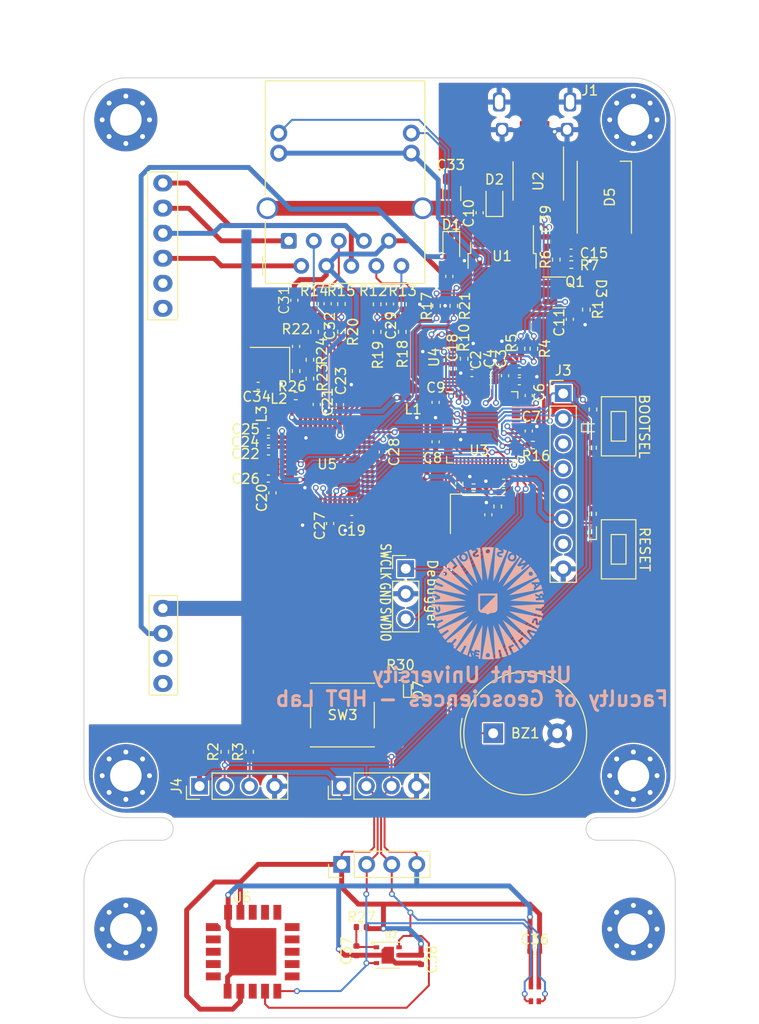
<source format=kicad_pcb>
(kicad_pcb (version 20211014) (generator pcbnew)
  (layers (0 "F.Cu" signal) (31 "B.Cu" signal) (34 "B.Paste" user) (35 "F.Paste" user) (36 "B.SilkS" user "B.Silkscreen") (37 "F.SilkS" user "F.Silkscreen") (38 "B.Mask" user) (39 "F.Mask" user) (44 "Edge.Cuts" user))
  (net 0 "")
  (net 1 "+3.3V")
  (net 2 "GND")
  (net 3 "Net-(C15-Pad1)")
  (net 4 "Net-(C16-Pad1)")
  (net 5 "Net-(C17-Pad1)")
  (net 6 "+1V1")
  (net 7 "Net-(C29-Pad1)")
  (net 8 "Net-(C35-Pad1)")
  (net 9 "Net-(C37-Pad1)")
  (net 10 "Net-(C32-Pad1)")
  (net 11 "Net-(C33-Pad1)")
  (net 12 "Net-(C34-Pad1)")
  (net 13 "+Vbus")
  (net 14 "+VSYS")
  (net 15 "Net-(D3-Pad2)")
  (net 16 "+VPoE")
  (net 17 "GPIO13")
  (net 18 "BOOTSEL")
  (net 19 "RUN")
  (net 20 "GPIO22")
  (net 21 "Net-(J1-Pad1)")
  (net 22 "Net-(J1-Pad2)")
  (net 23 "/Ethernet/TXOP")
  (net 25 "/Ethernet/RXIP")
  (net 26 "/Ethernet/RXIN")
  (net 27 "GPIO15")
  (net 28 "VC1+")
  (net 29 "SWCLK")
  (net 30 "SWDIO")
  (net 31 "Net-(R4-Pad1)")
  (net 32 "Net-(R5-Pad1)")
  (net 33 "Net-(J1-Pad3)")
  (net 34 "Net-(R8-Pad1)")
  (net 35 "VC1-")
  (net 36 "Net-(R19-Pad2)")
  (net 37 "Net-(R22-Pad2)")
  (net 38 "Net-(R23-Pad1)")
  (net 39 "/MCU/GPIO29{slash}ADC3")
  (net 40 "/MCU/QSPI_SS")
  (net 41 "Net-(R23-Pad2)")
  (net 42 "Net-(R25-Pad1)")
  (net 43 "Net-(R29-Pad2)")
  (net 44 "/MCU/USB_D+")
  (net 45 "Net-(R30-Pad1)")
  (net 46 "/MCU/USB_D-")
  (net 49 "/Ethernet/TX0N")
  (net 57 "Net-(R20-Pad2)")
  (net 58 "/Ethernet/LNKn")
  (net 59 "/Ethernet/ACTn")
  (net 60 "Net-(R28-Pad2)")
  (net 64 "VC2+")
  (net 65 "VC2-")
  (net 66 "/MCU/QSPI_SD1")
  (net 67 "/MCU/QSPI_SD2")
  (net 68 "/MCU/QSPI_SD0")
  (net 69 "/MCU/QSPI_SCLK")
  (net 70 "/MCU/QSPI_SD3")
  (net 71 "I2C1_SDA")
  (net 72 "I2C1_SCL")
  (net 75 "GPIO23")
  (net 82 "RSTn")
  (net 83 "SPI0_RX")
  (net 84 "SPI0_CSn")
  (net 85 "SPI0_SCK")
  (net 86 "SPI0_TX")
  (net 87 "INTn")
  (net 89 "Net-(J2-Pad12)")
  (net 104 "Net-(J2-Pad14)")
  (net 105 "Net-(R18-Pad2)")
  (net 106 "+1V2A")
  (net 107 "+1V2D")
  (net 108 "+1V2O")
  (net 126 "+3V3A")
  (footprint "Resistor_SMD:R_0402_1005Metric" (layer "F.Cu") (at 184.1 96.71 90)
    (fp_text reference "R5")
    (fp_text value "27R")
  )
  (footprint "HPT:Micro USB, Type B" (layer "F.Cu") (at 185.475 74.5 180)
    (fp_text reference "J1")
    (fp_text value "USB_B_Micro")
  )
  (footprint "Package_SO:SOIC-8_3.9x4.9mm_P1.27mm" (layer "F.Cu") (at 185.85 79.7 -90)
    (fp_text reference "U2")
    (fp_text value "USB6B1")
  )
  (footprint "Connector_PinHeader_2.54mm:PinHeader_1x04_P2.54mm_Vertical" (layer "F.Cu") (at 165.875 141.05 90)
    (fp_text reference "REF**" hide)
    (fp_text value "PinHeader_1x04_P2.54mm_Vertical")
  )
  (footprint "Diode_SMD:D_SOD-923" (layer "F.Cu") (at 191.35 115.25 90)
    (fp_text reference "D6" hide)
    (fp_text value "ESD9B3.3ST5G")
  )
  (footprint "Resistor_SMD:R_0402_1005Metric" (layer "F.Cu") (at 191.4 102.875 -90)
    (fp_text reference "R11" hide)
    (fp_text value "1k")
  )
  (footprint "Resistor_SMD:R_0402_1005Metric" (layer "F.Cu") (at 161.24 101.5 180)
    (fp_text reference "R25" hide)
    (fp_text value "1M")
  )
  (footprint "Capacitor_SMD:C_0402_1005Metric" (layer "F.Cu") (at 163.375 102.35 90)
    (fp_text reference "C21")
    (fp_text value "0.1uF")
  )
  (footprint "Capacitor_SMD:C_0402_1005Metric" (layer "F.Cu") (at 186.6 85.85 90)
    (fp_text reference "C39")
    (fp_text value "0.1uF")
  )
  (footprint "Diode_SMD:D_SOD-923" (layer "F.Cu") (at 191.0425 104.725)
    (fp_text reference "D4" hide)
    (fp_text value "ESD9B3.3ST5G")
  )
  (footprint "Capacitor_SMD:C_0402_1005Metric" (layer "F.Cu") (at 166.925 113.975 180)
    (fp_text reference "C19")
    (fp_text value "0.1uF")
  )
  (footprint "Capacitor_SMD:C_0402_1005Metric" (layer "F.Cu") (at 181.032956 99.001132)
    (fp_text reference "C4")
    (fp_text value "0.1uF")
  )
  (footprint "HPT:Slot 2x3" (layer "F.Cu") (at 172.2 145.4)
    (fp_text reference "REF**" hide)
    (fp_text value "Slot 2x3")
  )
  (footprint "Connector_PinHeader_2.54mm:PinHeader_1x08_P2.54mm_Vertical" (layer "F.Cu") (at 188.375 101.25)
    (fp_text reference "J3")
    (fp_text value "Display")
  )
  (footprint "Diode_SMD:D_SOD-323" (layer "F.Cu") (at 181.4 81.8 90)
    (fp_text reference "D2")
    (fp_text value "BAT60A")
  )
  (footprint "Capacitor_SMD:C_0402_1005Metric" (layer "F.Cu") (at 175.432956 106.151132 -90)
    (fp_text reference "C8")
    (fp_text value "0.1uF")
  )
  (footprint "Resistor_SMD:R_0402_1005Metric" (layer "F.Cu") (at 191.35 106.75 -90)
    (fp_text reference "R28" hide)
    (fp_text value "100R")
  )
  (footprint "HPT:LQFP48" (layer "F.Cu") (at 164.475 108.425 180)
    (fp_text reference "U5")
    (fp_text value "W5100S")
  )
  (footprint "Capacitor_SMD:C_0402_1005Metric" (layer "F.Cu") (at 182.332956 110.301132)
    (fp_text reference "C1" hide)
    (fp_text value "0.1uF")
  )
  (footprint "Capacitor_SMD:C_0402_1005Metric" (layer "F.Cu") (at 158.875 111.325 90)
    (fp_text reference "C20")
    (fp_text value "0.1uF")
  )
  (footprint "Capacitor_SMD:C_0402_1005Metric" (layer "F.Cu") (at 164.725 114.425 -90)
    (fp_text reference "C27")
    (fp_text value "0.1uF")
  )
  (footprint "Capacitor_SMD:C_0402_1005Metric" (layer "F.Cu") (at 175.432956 102.151132 -90)
    (fp_text reference "C9")
    (fp_text value "0.1uF")
  )
  (footprint "Resistor_SMD:R_0402_1005Metric" (layer "F.Cu") (at 154.04 137.58 90)
    (fp_text reference "R2")
    (fp_text value "DNP")
  )
  (footprint "Package_DFN_QFN:QFN-56-1EP_7x7mm_P0.4mm_EP3.2x3.2mm" (layer "F.Cu") (at 180.157956 104.676132)
    (fp_text reference "U3")
    (fp_text value "RP2040")
  )
  (footprint "Capacitor_SMD:C_0402_1005Metric" (layer "F.Cu") (at 181.032956 100.001132)
    (fp_text reference "C3")
    (fp_text value "0.1uF")
  )
  (footprint "Crystal:Crystal_SMD_Abracon_ABM8G-4Pin_3.2x2.5mm" (layer "F.Cu") (at 178.582956 113.451132 -90)
    (fp_text reference "Y1" hide)
    (fp_text value "12MHz")
  )
  (footprint "Capacitor_SMD:C_0402_1005Metric" (layer "F.Cu") (at 170.8 92.175 -90)
    (fp_text reference "C29")
    (fp_text value "0.1uF")
  )
  (footprint "Resistor_SMD:R_0402_1005Metric" (layer "F.Cu") (at 179.282956 110.801132 180)
    (fp_text reference "R8" hide)
    (fp_text value "DNP")
  )
  (footprint "Capacitor_SMD:C_0402_1005Metric" (layer "F.Cu") (at 185.49 157.78)
    (fp_text reference "C36")
    (fp_text value "0.1uF")
  )
  (footprint "Diode_SMD:D_SOD-923" (layer "F.Cu") (at 172.57 131.255 90)
    (fp_text reference "D7")
    (fp_text value "ESD9B3.3ST5G")
  )
  (footprint "HPT:Slot 2x3" (layer "F.Cu") (at 187.98 159.29)
    (fp_text reference "REF**" hide)
    (fp_text value "Slot 2x3")
  )
  (footprint "Resistor_SMD:R_0402_1005Metric" (layer "F.Cu") (at 163.15 92.175 -90)
    (fp_text reference "R14")
    (fp_text value "49R9")
  )
  (footprint "HPT:SDC4x" (layer "F.Cu") (at 156.875 157.85)
    (fp_text reference "U6")
    (fp_text value "SCD4x")
  )
  (footprint "Resistor_SMD:R_0402_1005Metric" (layer "F.Cu") (at 178.325 97.725 -90)
    (fp_text reference "R10")
    (fp_text value "DNP")
  )
  (footprint "Capacitor_SMD:C_0402_1005Metric" (layer "F.Cu") (at 158.475 105.125 180)
    (fp_text reference "C25")
    (fp_text value "0.1uF")
  )
  (footprint "Capacitor_SMD:C_0402_1005Metric" (layer "F.Cu") (at 157.425 100.475 180)
    (fp_text reference "C34")
    (fp_text value "18pF")
  )
  (footprint "Capacitor_SMD:C_0402_1005Metric" (layer "F.Cu") (at 189.175 86.975)
    (fp_text reference "C15")
    (fp_text value "0.1uF")
  )
  (footprint "Capacitor_SMD:C_0402_1005Metric" (layer "F.Cu") (at 184.882956 101.45 90)
    (fp_text reference "C6")
    (fp_text value "0.1uF")
  )
  (footprint "Connector_PinHeader_2.54mm:PinHeader_1x03_P2.54mm_Vertical" (layer "F.Cu") (at 172.4 119.01)
    (fp_text reference "J5")
    (fp_text value "Debugger")
  )
  (footprint "Button_Switch_SMD:SW_Push_1P1T_NO_6x6mm_H9.5mm" (layer "F.Cu") (at 165.975 133.85)
    (fp_text reference "SW3")
    (fp_text value "Display")
  )
  (footprint "Capacitor_SMD:C_0402_1005Metric" (layer "F.Cu") (at 161.275 96.475 90)
    (fp_text reference "C35" hide)
    (fp_text value "18pF")
  )
  (footprint "Inductor_SMD:L_0402_1005Metric" (layer "F.Cu") (at 160.375 102.825 180)
    (fp_text reference "L2")
    (fp_text value "120r@100MHz")
  )
  (footprint "Capacitor_SMD:C_0402_1005Metric" (layer "F.Cu") (at 176.825 89.375 -90)
    (fp_text reference "C30" hide)
    (fp_text value "0.1uF")
  )
  (footprint "Capacitor_SMD:C_0402_1005Metric" (layer "F.Cu") (at 158.475 106.125 180)
    (fp_text reference "C24")
    (fp_text value "1uF")
  )
  (footprint "HPT:Slot 2x3" (layer "F.Cu") (at 167.2 145.4)
    (fp_text reference "REF**" hide)
    (fp_text value "Slot 2x3")
  )
  (footprint "Capacitor_SMD:C_0402_1005Metric" (layer "F.Cu") (at 180.782956 113.551132 90)
    (fp_text reference "C17" hide)
    (fp_text value "15pF")
  )
  (footprint "Capacitor_SMD:C_0402_1005Metric" (layer "F.Cu") (at 179.107956 99.176132 180)
    (fp_text reference "C2")
    (fp_text value "0.1uF")
  )
  (footprint "Capacitor_SMD:C_0402_1005Metric" (layer "F.Cu") (at 167.4 157.75 -90)
    (fp_text reference "C37")
    (fp_text value "1uF")
  )
  (footprint "HPT:Slot 2x3" (layer "F.Cu") (at 183.1 159.29)
    (fp_text reference "REF**" hide)
    (fp_text value "Slot 2x3")
  )
  (footprint "Capacitor_SMD:C_0402_1005Metric" (layer "F.Cu") (at 182.332956 111.251132)
    (fp_text reference "C5" hide)
    (fp_text value "0.1uF")
  )
  (footprint "Inductor_SMD:L_0402_1005Metric" (layer "F.Cu") (at 158.875 103.675 -90)
    (fp_text reference "L3")
    (fp_text value "120r@100MHz")
  )
  (footprint "MountingHole:MountingHole_3.2mm_M3_Pad_Via" (layer "F.Cu") (at 195.5 73.5)
    (fp_text reference "REF**" hide)
    (fp_text value "MountingHole_3.2mm_M3_Pad_Via")
  )
  (footprint "HPT:Slot 2x5.5" (layer "F.Cu") (at 182.5 161.14 90)
    (fp_text reference "REF**" hide)
    (fp_text value "Slot 2x5.5")
  )
  (footprint "HPT:PoE, 10 Pin with LED" (layer "F.Cu") (at 165.65 79.65 90)
    (fp_text reference "J2" hide)
    (fp_text value "Ethernet_(100_Base-T_&_PoE)")
  )
  (footprint "HPT:Adafruit 3847 connector" (layer "F.Cu") (at 147.76 105.28 -90)
    (fp_text reference "MOD1" hide)
    (fp_text value "Adafruit_3847_connector")
  )
  (footprint "Resistor_SMD:R_0402_1005Metric" (layer "F.Cu") (at 165.875 92.175 -90)
    (fp_text reference "R15")
    (fp_text value "49R9")
  )
  (footprint "HPT:Switch" (layer "F.Cu") (at 194 117.05 -90)
    (fp_text reference "SW2")
    (fp_text value "RESET")
  )
  (footprint "Package_TO_SOT_SMD:SOT-23" (layer "F.Cu") (at 187.975 91)
    (fp_text reference "Q1")
    (fp_text value "2N7002")
  )
  (footprint "Resistor_SMD:R_0402_1005Metric" (layer "F.Cu") (at 175.525 92.365 -90)
    (fp_text reference "R17")
    (fp_text value "470R")
  )
  (footprint "HPT:Slot 2x3" (layer "F.Cu") (at 182.2 145.4)
    (fp_text reference "REF**" hide)
    (fp_text value "Slot 2x3")
  )
  (footprint "HPT:LED" (layer "F.Cu") (at 190.725 90.5 -90)
    (fp_text reference "D3")
    (fp_text value "LED")
  )
  (footprint "HPT:SON50P300X200X60-9N" (layer "F.Cu") (at 175.282956 97.551132 -90)
    (fp_text reference "U4")
    (fp_text value "W25Q16JVUXIQ")
  )
  (footprint "Resistor_SMD:R_0402_1005Metric" (layer "F.Cu") (at 189.2 88.175 180)
    (fp_text reference "R7")
    (fp_text value "100k")
  )
  (footprint "Resistor_SMD:R_0402_1005Metric" (layer "F.Cu") (at 177.275 92.365 -90)
    (fp_text reference "R21")
    (fp_text value "470R")
  )
  (footprint "HPT:Slot 2x3" (layer "F.Cu") (at 187.2 145.4)
    (fp_text reference "REF**" hide)
    (fp_text value "Slot 2x3")
  )
  (footprint "Connector_PinHeader_2.54mm:PinHeader_1x04_P2.54mm_Vertical" (layer "F.Cu") (at 151.48 141.06 90)
    (fp_text reference "J4")
    (fp_text value "Extra I2C")
  )
  (footprint "HPT:XDCR_SGP41-D-R4" (layer "F.Cu") (at 170.575 158.2)
    (fp_text reference "U7")
    (fp_text value "SGP41")
  )
  (footprint "Diode_SMD:D_SOD-323" (layer "F.Cu") (at 177.025 86.325 -90)
    (fp_text reference "D1")
    (fp_text value "BAT60A")
  )
  (footprint "Resistor_SMD:R_0402_1005Metric" (layer "F.Cu") (at 185.4 96.71 90)
    (fp_text reference "R4")
    (fp_text value "27R")
  )
  (footprint "Capacitor_SMD:C_0402_1005Metric" (layer "F.Cu") (at 183.932956 100.001132)
    (fp_text reference "C14" hide)
    (fp_text value "1uF")
  )
  (footprint "MountingHole:MountingHole_3.2mm_M3_Pad_Via" (layer "F.Cu") (at 144 155.55)
    (fp_text reference "REF**" hide)
    (fp_text value "MountingHole_3.2mm_M3_Pad_Via")
  )
  (footprint "Buzzer_Beeper:Buzzer_TDK_PS1240P02BT_D12.2mm_H6.5mm" (layer "F.Cu") (at 184.525 135.7)
    (fp_text reference "BZ1")
    (fp_text value "Buzzer")
  )
  (footprint "Resistor_SMD:R_0402_1005Metric" (layer "F.Cu") (at 171.87 129.955)
    (fp_text reference "R30")
    (fp_text value "100R")
  )
  (footprint "Capacitor_SMD:C_0402_1005Metric" (layer "F.Cu") (at 170.075 107.175 90)
    (fp_text reference "C28")
    (fp_text value "0.1uF")
  )
  (footprint "Capacitor_SMD:C_0402_1005Metric" (layer "F.Cu") (at 177.832956 110.351132 90)
    (fp_text reference "C16" hide)
    (fp_text value "15pF")
  )
  (footprint "MountingHole:MountingHole_3.2mm_M3_Pad_Via" (layer "F.Cu") (at 195.5 140)
    (fp_text reference "REF**" hide)
    (fp_text value "MountingHole_3.2mm_M3_Pad_Via")
  )
  (footprint "Capacitor_SMD:C_0402_1005Metric" (layer "F.Cu") (at 161.1 91.8 -90)
    (fp_text reference "C31")
    (fp_text value "1uF")
  )
  (footprint "Capacitor_SMD:C_0402_1005Metric" (layer "F.Cu") (at 158.475 107.125 180)
    (fp_text reference "C22")
    (fp_text value "0.1uF")
  )
  (footprint "HPT:SHT4x" (layer "F.Cu") (at 185.5 162.12 90)
    (fp_text reference "U8")
    (fp_text value "SHT4x")
  )
  (footprint "Crystal:Crystal_SMD_Abracon_ABM8G-4Pin_3.2x2.5mm" (layer "F.Cu") (at 158.625 98.225 180)
    (fp_text reference "Y2" hide)
    (fp_text value "25MHz")
  )
  (footprint "Resistor_SMD:R_0402_1005Metric" (layer "F.Cu") (at 187.675 87.675 90)
    (fp_text reference "R6")
    (fp_text value "200k")
  )
  (footprint "Resistor_SMD:R_0402_1005Metric" (layer "F.Cu") (at 191.35 113.45 90)
    (fp_text reference "R29" hide)
    (fp_text value "100R")
  )
  (footprint "Resistor_SMD:R_0402_1005Metric" (layer "F.Cu") (at 163.15 95 -90)
    (fp_text reference "R22")
    (fp_text value "3R3")
  )
  (footprint "Resistor_SMD:R_0402_1005Metric" (layer "F.Cu") (at 190.725 92.75 -90)
    (fp_text reference "R1")
    (fp_text value "470R")
  )
  (footprint "HPT:Slot 2x5.5" (layer "F.Cu") (at 188.5 161.14 90)
    (fp_text reference "REF**" hide)
    (fp_text value "Slot 2x5.5")
  )
  (footprint "HPT:Slot 2x3" (layer "F.Cu") (at 162.2 145.4)
    (fp_text reference "REF**" hide)
    (fp_text value "Slot 2x3")
  )
  (footprint "Resistor_SMD:R_0402_1005Metric" (layer "F.Cu") (at 162.675 97.825 -90)
    (fp_text reference "R24")
    (fp_text value "300R/1%")
  )
  (footprint "MountingHole:MountingHole_3.2mm_M3_Pad_Via" (layer "F.Cu") (at 195.5 155.55)
    (fp_text reference "REF**" hide)
    (fp_text value "MountingHole_3.2mm_M3_Pad_Via")
  )
  (footprint "Resistor_SMD:R_0402_1005Metric" (layer "F.Cu") (at 172.05 95 -90)
    (fp_text reference "R18")
    (fp_text value "3R3")
  )
  (footprint "Capacitor_SMD:C_0402_1005Metric" (layer "F.Cu") (at 182.482956 99.451132 90)
    (fp_text reference "C12" hide)
    (fp_text value "1uF")
  )
  (footprint "Resistor_SMD:R_0402_1005Metric" (layer "F.Cu") (at 185.3 106.475 180)
    (fp_text reference "R16")
    (fp_text value "4k7")
  )
  (footprint "Resistor_SMD:R_0402_1005Metric" (layer "F.Cu") (at 169.5 95 -90)
    (fp_text reference "R19")
    (fp_text value "3R3")
  )
  (footprint "HPT:Slot 2x3" (layer "F.Cu") (at 157.2 145.4)
    (fp_text reference "REF**" hide)
    (fp_text value "Slot 2x3")
  )
  (footprint "Resistor_SMD:R_0402_1005Metric" (layer "F.Cu") (at 181.732956 112.701132 90)
    (fp_text reference "R9" hide)
    (fp_text value "1k")
  )
  (footprint "LED_SMD:LED_WS2812B_PLCC4_5.0x5.0mm_P3.2mm" (layer "F.Cu") (at 192.55 81.35 90)
    (fp_text reference "D5")
    (fp_text value "WS2812B")
  )
  (footprint "Capacitor_SMD:C_1206_3216Metric" (layer "F.Cu") (at 177.075 80.975 90)
    (fp_text reference "C33")
    (fp_text value "1nF/2kV")
  )
  (footprint "Capacitor_SMD:C_0402_1005Metric" (layer "F.Cu") (at 165.725 102.375 90)
    (fp_text reference "C23")
    (fp_text value "0.1uF")
  )
  (footprint "Resistor_SMD:R_0402_1005Metric" (layer "F.Cu") (at 161.275 98.975 -90)
    (fp_text reference "R26")
    (fp_text value "0R")
  )
  (footprint "Capacitor_SMD:C_0402_1005Metric" (layer "F.Cu") (at 177.182956 98.726132 -90)
    (fp_text reference "C18")
    (fp_text value "0.1uF")
  )
  (footprint "Resistor_SMD:R_0402_1005Metric" (layer "F.Cu") (at 169.5 92.2 -90)
    (fp_text reference "R12")
    (fp_text value "49R9")
  )
  (footprint "Resistor_SMD:R_0402_1005Metric" (layer "F.Cu") (at 172.075 92.2 -90)
    (fp_text reference "R13")
    (fp_text value "49R9")
  )
  (footprint "Resistor_SMD:R_0402_1005Metric" (layer "F.Cu") (at 167.9 155.35 180)
    (fp_text reference "R27")
    (fp_text value "4R7")
  )
  (footprint "Capacitor_SMD:C_0402_1005Metric" (layer "F.Cu") (at 189.05 93.725 -90)
    (fp_text reference "C11")
    (fp_text value "10uF")
  )
  (footprint "Capacitor_SMD:C_0402_1005Metric" (layer "F.Cu") (at 164.475 92.15 -90)
    (fp_text reference "C32")
    (fp_text value "0.1uF")
  )
  (footprint "Capacitor_SMD:C_0402_1005Metric" (layer "F.Cu") (at 173.95 158.65 -90)
    (fp_text reference "C38")
    (fp_text value "1uF")
  )
  (footprint "Resistor_SMD:R_0402_1005Metric" (layer "F.Cu") (at 156.56 137.58 90)
    (fp_text reference "R3")
    (fp_text value "DNP")
  )
  (footprint "Inductor_SMD:L_0402_1005Metric" (layer "F.Cu") (at 173.15 101.675 180)
    (fp_text reference "L1")
    (fp_text value "120r@100MHz")
  )
  (footprint "Resistor_SMD:R_0402_1005Metric" (layer "F.Cu") (at 165.875 95 -90)
    (fp_text reference "R20")
    (fp_text value "3R3")
  )
  (footprint "Resistor_SMD:R_0402_1005Metric" (layer "F.Cu") (at 162.675 99.75 -90)
    (fp_text reference "R23")
    (fp_text value "12K/1%")
  )
  (footprint "HPT:Slot 2x3" (layer "F.Cu") (at 152.2 145.4)
    (fp_text reference "REF**" hide)
    (fp_text value "Slot 2x3")
  )
  (footprint "MountingHole:MountingHole_3.2mm_M3_Pad_Via" (layer "F.Cu") (at 144 73.5)
    (fp_text reference "REF**" hide)
    (fp_text value "MountingHole_3.2mm_M3_Pad_Via")
  )
  (footprint "Capacitor_SMD:C_0402_1005Metric" (layer "F.Cu") (at 179.9 82.925 90)
    (fp_text reference "C10")
    (fp_text value "10uF")
  )
  (footprint "Connector_PinHeader_2.54mm:PinHeader_1x04_P2.54mm_Vertical" (layer "F.Cu") (at 165.9 148.99 90)
    (fp_text reference "REF**" hide)
    (fp_text value "PinHeader_1x04_P2.54mm_Vertical")
  )
  (footprint "Capacitor_SMD:C_0402_1005Metric" (layer "F.Cu") (at 184.882956 105.051132 90)
    (fp_text reference "C7")
    (fp_text value "0.1uF")
  )
  (footprint "HPT:Switch" (layer "F.Cu") (at 194 104.575 90)
    (fp_text reference "SW1")
    (fp_text value "BOOTSEL")
  )
  (footprint "Capacitor_SMD:C_0402_1005Metric" (layer "F.Cu") (at 158.455 109.875 180)
    (fp_text reference "C26")
    (fp_text value "0.1uF")
  )
  (footprint "Capacitor_SMD:C_0402_1005Metric" (layer "F.Cu") (at 183.932956 99.001132)
    (fp_text reference "C13" hide)
    (fp_text value "1uF")
  )
  (footprint "MountingHole:MountingHole_3.2mm_M3_Pad_Via" (layer "F.Cu") (at 144 140)
    (fp_text reference "REF**" hide)
    (fp_text value "MountingHole_3.2mm_M3_Pad_Via")
  )
  (footprint "Package_TO_SOT_SMD:TO-252-2" (layer "F.Cu") (at 182.175 89.525 -90)
    (fp_text reference "U1")
    (fp_text value "NCP1117-3.3_TO252")
  )
  (footprint "HPT:Slot 2x3" (layer "F.Cu") (at 177.2 145.4)
    (fp_text reference "REF**" hide)
    (fp_text value "Slot 2x3")
  )
  (footprint "HPT:uu Logo" (layer "B.Cu") (at 180.85 122.55 180)
    (fp_text reference "G***" hide)
    (fp_text value "LOGO" hide)
  )
  (gr_line (start 199.75 140) (end 199.75 73.5) (layer "Edge.Cuts") (width 0.1))
  (gr_arc (start 144 144.25) (mid 140.994796 143.005204) (end 139.75 140) (layer "Edge.Cuts") (width 0.1))
  (gr_arc (start 199.75 160.3) (mid 198.500862 163.300862) (end 195.5 164.55) (layer "Edge.Cuts") (width 0.1))
  (gr_arc (start 191.85 146.55) (mid 190.7 145.4) (end 191.85 144.25) (layer "Edge.Cuts") (width 0.1))
  (gr_line (start 144 144.25) (end 147.65 144.25) (layer "Edge.Cuts") (width 0.1))
  (gr_line (start 144 146.55) (end 147.65 146.55) (layer "Edge.Cuts") (width 0.1))
  (gr_line (start 147.65 164.55) (end 195.5 164.55) (layer "Edge.Cuts") (width 0.1))
  (gr_line (start 144 69.25) (end 195.5 69.25) (layer "Edge.Cuts") (width 0.1))
  (gr_line (start 147.65 164.55) (end 144 164.55) (layer "Edge.Cuts") (width 0.1))
  (gr_arc (start 139.75 73.5) (mid 140.994796 70.494796) (end 144 69.25) (layer "Edge.Cuts") (width 0.1))
  (gr_arc (start 195.5 146.55) (mid 198.505204 147.794796) (end 199.75 150.8) (layer "Edge.Cuts") (width 0.1))
  (gr_arc (start 195.5 69.25) (mid 198.505204 70.494796) (end 199.75 73.5) (layer "Edge.Cuts") (width 0.1))
  (gr_line (start 139.75 140) (end 139.75 73.5) (layer "Edge.Cuts") (width 0.1))
  (gr_line (start 199.75 150.8) (end 199.75 160.3) (layer "Edge.Cuts") (width 0.1))
  (gr_line (start 191.85 144.25) (end 195.5 144.25) (layer "Edge.Cuts") (width 0.1))
  (gr_line (start 191.85 146.55) (end 195.5 146.55) (layer "Edge.Cuts") (width 0.1))
  (gr_arc (start 144 164.55) (mid 140.994796 163.305204) (end 139.75 160.3) (layer "Edge.Cuts") (width 0.1))
  (gr_line (start 139.75 160.3) (end 139.75 150.8) (layer "Edge.Cuts") (width 0.1))
  (gr_arc (start 139.75 150.8) (mid 140.999138 147.799138) (end 144 146.55) (layer "Edge.Cuts") (width 0.1))
  (gr_arc (start 199.75 140) (mid 198.505204 143.005204) (end 195.5 144.25) (layer "Edge.Cuts") (width 0.1))
  (gr_arc (start 147.65 144.25) (mid 148.8 145.4) (end 147.65 146.55) (layer "Edge.Cuts") (width 0.1))
  (gr_text "Utrecht University\nFaculty of Geosciences - HPT Lab" (at 179.125 131) (layer "B.SilkS") (effects (font (size 1.5 1.5) (thickness 0.3)) (justify mirror)))
  (gr_text "SWCLK" (at 170.35 118.3 270) (layer "F.SilkS") (effects (font (size 1 0.75))))
  (gr_text "GND" (at 170.3 121.55 270) (layer "F.SilkS") (effects (font (size 1 0.75))))
  (gr_text "SWDIO\n" (at 170.35 124.65 270) (layer "F.SilkS") (effects (font (size 1 0.75))))
  (segment (start 184.737956 102.076132) (end 184.832956 101.981132) (width 0.2) (layer "F.Cu") (net 1))
  (segment (start 153 150.78) (end 155.64 150.78) (width 0.5) (layer "F.Cu") (net 1))
  (segment (start 179.3 94.5) (end 182.175 91.625) (width 0.5) (layer "F.Cu") (net 1))
  (segment (start 167.425 115.65) (end 167.425 113.995) (width 0.5) (layer "F.Cu") (net 1))
  (segment (start 180.357956 109.15293) (end 180.357956 108.113632) (width 0.2) (layer "F.Cu") (net 1))
  (segment (start 176.720456 102.076132) (end 176.207956 102.076132) (width 0.2) (layer "F.Cu") (net 1))
  (segment (start 167.405 113.975) (end 170.25 113.975) (width 0.5) (layer "F.Cu") (net 1))
  (segment (start 183.795 93.245) (end 189.05 93.245) (width 0.5) (layer "F.Cu") (net 1))
  (segment (start 185.380565 101.44) (end 185.98 101.44) (width 0.35) (layer "F.Cu") (net 1))
  (segment (start 179.9 89.35) (end 182.175 91.625) (width 0.5) (layer "F.Cu") (net 1))
  (segment (start 185.98 157.79) (end 185.9 157.87) (width 0.45) (layer "F.Cu") (net 1))
  (segment (start 174.55 109.675) (end 174.55 105.675) (width 0.5) (layer "F.Cu") (net 1))
  (segment (start 185.506132 105.531132) (end 185.81 105.835) (width 0.5) (layer "F.Cu") (net 1))
  (segment (start 182.582956 100.904807) (end 182.582956 101.401132) (width 0.5) (layer "F.Cu") (net 1))
  (segment (start 170.25 113.975) (end 174.55 109.675) (width 0.5) (layer "F.Cu") (net 1))
  (segment (start 182.757956 101.238632) (end 182.757956 101.676132) (width 0.2) (layer "F.Cu") (net 1))
  (segment (start 180.557956 100.476132) (end 180.557956 101.401132) (width 0.5) (layer "F.Cu") (net 1))
  (segment (start 180.552956 99.001132) (end 180.552956 100.001132) (width 0.5) (layer "F.Cu") (net 1))
  (segment (start 185.235 101.575) (end 185.245565 101.575) (width 0.35) (layer "F.Cu") (net 1))
  (segment (start 182.420456 101.238632) (end 182.357956 101.238632) (width 0.2) (layer "F.Cu") (net 1))
  (segment (start 182.582956 101.401132) (end 182.420456 101.238632) (width 0.2) (layer "F.Cu") (net 1))
  (segment (start 185.9 157.87) (end 185.9 161.37) (width 0.45) (layer "F.Cu") (net 1))
  (segment (start 183.595456 105.676132) (end 184.877956 105.676132) (width 0.2) (layer "F.Cu") (net 1))
  (segment (start 150.17 162.31) (end 150.17 153.61) (width 0.5) (layer "F.Cu") (net 1))
  (segment (start 184.882956 105.531132) (end 185.506132 105.531132) (width 0.5) (layer "F.Cu") (net 1))
  (segment (start 183.452956 99.001132) (end 183.452956 98.302956) (width 0.5) (layer "F.Cu") (net 1))
  (segment (start 165.9 142.1) (end 166.125 142.325) (width 0.2) (layer "F.Cu") (net 1))
  (segment (start 151.47 138.07) (end 151.47 141.05) (width 0.5) (layer "F.Cu") (net 1))
  (segment (start 190.71 93.245) (end 190.725 93.26) (width 0.5) (layer "F.Cu") (net 1))
  (segment (start 173.92 158.2) (end 171.725 158.2) (width 0.5) (layer "F.Cu") (net 1))
  (segment (start 165.9 151.33) (end 165.9 148.99) (width 0.5) (layer "F.Cu") (net 1))
  (segment (start 183.157956 102.076132) (end 183.595456 102.076132) (width 0.2) (layer "F.Cu") (net 1))
  (segment (start 180.557956 100.476132) (end 180.557956 100.006132) (width 0.5) (layer "F.Cu") (net 1))
  (segment (start 158.875 112.55) (end 158.875 135.175) (width 0.5) (layer "F.Cu") (net 1))
  (segment (start 182.595456 101.401132) (end 182.757956 101.238632) (width 0.2) (layer "F.Cu") (net 1))
  (segment (start 185.245565 101.575) (end 185.380565 101.44) (width 0.35) (layer "F.Cu") (net 1))
  (segment (start 158.875 112.55) (end 158.875 111.805) (width 0.5) (layer "F.Cu") (net 1))
  (segment (start 169.2 142.825) (end 169.2 147.24) (width 0.2) (layer "F.Cu") (net 1))
  (segment (start 183.452956 100.034807) (end 182.582956 100.904807) (width 0.5) (layer "F.Cu") (net 1))
  (segment (start 175.432956 105.671132) (end 175.429088 105.675) (width 0.5) (layer "F.Cu") (net 1))
  (segment (start 155.625 150.785) (end 155.625 153.85) (width 0.5) (layer "F.Cu") (net 1))
  (segment (start 176.032956 98.951132) (end 176.032956 98.451132) (width 0.3) (layer "F.Cu") (net 1))
  (segment (start 185.81 105.835) (end 185.81 106.475) (width 0.5) (layer "F.Cu") (net 1))
  (segment (start 174.55 101.675) (end 174.55 100.925) (width 0.5) (layer "F.Cu") (net 1))
  (segment (start 155.625 162.885) (end 154.84 163.67) (width 0.5) (layer "F.Cu") (net 1))
  (segment (start 150.17 153.61) (end 153 150.78) (width 0.5) (layer "F.Cu") (net 1))
  (segment (start 179.9 87.6) (end 179.9 89.35) (width 0.5) (layer "F.Cu") (net 1))
  (segment (start 189.05 93.245) (end 190.71 93.245) (width 0.5) (layer "F.Cu") (net 1))
  (segment (start 168.74 147.7) (end 166.16 147.7) (width 0.2) (layer "F.Cu") (net 1))
  (segment (start 151.47 141.05) (end 151.48 141.06) (width 0.5) (layer "F.Cu") (net 1))
  (segment (start 186.41 104.96) (end 185.67 105.7) (width 0.35) (layer "F.Cu") (net 1))
  (segment (start 182.682956 101.576132) (end 182.382956 101.576132) (width 0.2) (layer "F.Cu") (net 1))
  (segment (start 158.875 135.175) (end 156.985 137.065) (width 0.5) (layer "F.Cu") (net 1))
  (segment (start 184.882956 101.927044) (end 185.235 101.575) (width 0.35) (layer "F.Cu") (net 1))
  (segment (start 173.95 157.05) (end 173.95 158.17) (width 0.5) (layer "F.Cu") (net 1))
  (segment (start 185.98 157.79) (end 185.98 154.03) (width 0.5) (layer "F.Cu") (net 1))
  (segment (start 183.595456 102.076132) (end 184.737956 102.076132) (width 0.2) (layer "F.Cu") (net 1))
  (segment (start 180.55 98.998176) (end 180.552956 99.001132) (width 0.5) (layer "F.Cu") (net 1))
  (segment (start 183.452956 100.001132) (end 183.452956 100.034807) (width 0.5) (layer "F.Cu") (net 1))
  (segment (start 166.125 142.325) (end 168.7 142.325) (width 0.2) (layer "F.Cu") (net 1))
  (segment (start 158.88 116.11) (end 166.965 116.11) (width 0.5) (layer "F.Cu") (net 1))
  (segment (start 181.082956 111.251132) (end 181.082956 109.87793) (width 0.2) (layer "F.Cu") (net 1))
  (segment (start 182.2 97.05) (end 180.55 97.05) (width 0.5) (layer "F.Cu") (net 1))
  (segment (start 170.14 155.5095) (end 168.5695 155.5095) (width 0.5) (layer "F.Cu") (net 1))
  (segment (start 177.182956 98.246132) (end 180.546132 98.246132) (width 0.5) (layer "F.Cu") (net 1))
  (segment (start 182.175 91.625) (end 180.55 93.25) (width 0.5) (layer "F.Cu") (net 1))
  (segment (start 170.14 155.5095) (end 170.14 153.07) (width 0.5) (layer "F.Cu") (net 1))
  (segment (start 184.882956 101.93) (end 184.882956 101.927044) (width 0.35) (layer "F.Cu") (net 1))
  (segment (start 174.55 105.675) (end 174.55 101.675) (width 0.5) (layer "F.Cu") (net 1))
  (segment (start 182.757956 101.676132) (end 183.157956 102.076132) (width 0.2) (layer "F.Cu") (net 1))
  (segment (start 176.720456 105.676132) (end 175.437956 105.676132) (width 0.2) (layer "F.Cu") (net 1))
  (segment (start 173.175 95.075) (end 173.75 94.5) (width 0.5) (layer "F.Cu") (net 1))
  (segment (start 152.475 137.065) (end 151.47 138.07) (width 0.5) (layer "F.Cu") (net 1))
  (segment (start 159.995 111.805) (end 160.375 111.425) (width 0.35) (layer "F.Cu") (net 1))
  (segment (start 168.5695 155.5095) (end 168.41 155.35) (width 0.5) (layer "F.Cu") (net 1))
  (segment (start 166.965 116.11) (end 167.425 115.65) (width 0.5) (layer "F.Cu") (net 1))
  (segment (start 185.98 101.44) (end 186.41 101.87) (width 0.35) (layer "F.Cu") (net 1))
  (segment (start 180.757956 100.676132) (end 180.557956 100.476132) (width 0.2) (layer "F.Cu") (net 1))
  (segment (start 167.225 113.17) (end 167.405 113.35) (width 0.35) (layer "F.Cu") (net 1))
  (segment (start 156.985 137.065) (end 152.475 137.065) (width 0.5) (layer "F.Cu") (net 1))
  (segment (start 180.357956 101.238632) (end 180.357956 100.676132) (width 0.2) (layer "F.Cu") (net 1))
  (segment (start 173.635 101.675) (end 174.55 101.675) (width 0.5) (layer "F.Cu") (net 1))
  (segment (start 175.802956 101.671132) (end 175.432956 101.671132) (width 0.2) (layer "F.Cu") (net 1))
  (segment (start 168.7 142.325) (end 169.2 142.825) (width 0.2) (layer "F.Cu") (net 1))
  (segment (start 165.9 148.99) (end 157.42 148.99) (width 0.5) (layer "F.Cu") (net 1))
  (segment (start 184.97 153.02) (end 170.03 153.02) (width 0.5) (layer "F.Cu") (net 1))
  (segment (start 158.875 111.805) (end 159.995 111.805) (width 0.35) (layer "F.Cu") (net 1))
  (segment (start 170.09 153.02) (end 167.59 153.02) (width 0.5) (layer "F.Cu") (net 1))
  (segment (start 186.41 101.87) (end 186.41 104.96) (width 0.35) (layer "F.Cu") (net 1))
  (segment (start 169.2 147.24) (end 168.74 147.7) (width 0.2) (layer "F.Cu") (net 1))
  (segment (start 183.452956 100.001132) (end 183.452956 99.001132) (width 0.5) (layer "F.Cu") (net 1))
  (segment (start 167.59 153.02) (end 165.9 151.33) (width 0.5) (layer "F.Cu") (net 1))
  (segment (start 180.557956 100.006132) (end 180.552956 100.001132) (width 0.5) (layer "F.Cu") (net 1))
  (segment (start 166.16 147.7) (end 165.9 147.96) (width 0.2) (layer "F.Cu") (net 1))
  (segment (start 165.9 141.15) (end 165.9 142.1) (width 0.2) (layer "F.Cu") (net 1))
  (segment (start 182.582956 101.401132) (end 182.595456 101.401132) (width 0.2) (layer "F.Cu") (net 1))
  (segment (start 155.625 161.85) (end 155.625 162.885) (width 0.5) (layer "F.Cu") (net 1))
  (segment (start 165.9 147.965) (end 165.9 148.99) (width 0.2) (layer "F.Cu") (net 1))
  (segment (start 175.429088 101.675) (end 175.432956 101.671132) (width 0.5) (layer "F.Cu") (net 1))
  (segment (start 185.98 154.03) (end 184.97 153.02) (width 0.5) (layer "F.Cu") (net 1))
  (segment (start 174.55 100.925) (end 173.175 99.55) (width 0.5) (layer "F.Cu") (net 1))
  (segment (start 180.357956 100.676132) (end 180.557956 100.476132) (width 0.2) (layer "F.Cu") (net 1))
  (segment (start 180.757956 101.576132) (end 180.357956 101.576132) (width 0.2) (layer "F.Cu") (net 1))
  (segment (start 183.452956 98.302956) (end 182.2 97.05) (width 0.5) (layer "F.Cu") (net 1))
  (segment (start 181.082956 109.87793) (end 180.357956 109.15293) (width 0.2) (layer "F.Cu") (net 1))
  (segment (start 173.175 99.55) (end 173.175 95.075) (width 0.5) (layer "F.Cu") (net 1))
  (segment (start 176.257956 98.226132) (end 177.162956 98.226132) (width 0.3) (layer "F.Cu") (net 1))
  (segment (start 176.032956 98.451132) (end 176.257956 98.226132) (width 0.3) (layer "F.Cu") (net 1))
  (segment (start 177.162956 98.226132) (end 177.182956 98.246132) (width 0.35) (layer "F.Cu") (net 1))
  (segment (start 151.53 163.67) (end 150.17 162.31) (width 0.5) (layer "F.Cu") (net 1))
  (segment (start 180.757956 101.238632) (end 180.757956 100.676132) (width 0.2) (layer "F.Cu") (net 1))
  (segment (start 173.95 158.17) (end 173.92 158.2) (width 0.5) (layer "F.Cu") (net 1))
  (segment (start 167.225 112.525) (end 167.225 113.17) (width 0.35) (layer "F.Cu") (net 1))
  (segment (start 180.546132 98.246132) (end 180.55 98.25) (width 0.5) (layer "F.Cu") (net 1))
  (segment (start 181.852956 111.251132) (end 181.082956 111.251132) (width 0.5) (layer "F.Cu") (net 1))
  (segment (start 183.75 90.05) (end 182.175 91.625) (width 0.5) (layer "F.Cu") (net 1))
  (segment (start 187.0375 90.05) (end 183.75 90.05) (width 0.5) (layer "F.Cu") (net 1))
  (segment (start 154.84 163.67) (end 151.53 163.67) (width 0.5) (layer "F.Cu") (net 1))
  (segment (start 167.405 113.35) (end 167.405 113.975) (width 0.35) (layer "F.Cu") (net 1))
  (segment (start 160.375 111.425) (end 160.375 111.175) (width 0.35) (layer "F.Cu") (net 1))
  (segment (start 182.175 91.625) (end 183.795 93.245) (width 0.5) (layer "F.Cu") (net 1))
  (segment (start 157.42 148.99) (end 155.625 150.785) (width 0.5) (layer "F.Cu") (net 1))
  (segment (start 170.14 153.07) (end 170.09 153.02) (width 0.5) (layer "F.Cu") (net 1))
  (segment (start 175.429088 105.675) (end 174.55 105.675) (width 0.5) (layer "F.Cu") (net 1))
  (segment (start 180.55 93.25) (end 180.55 98.998176) (width 0.5) (layer "F.Cu") (net 1))
  (segment (start 174.55 101.675) (end 175.429088 101.675) (width 0.5) (layer "F.Cu") (net 1))
  (segment (start 167.425 113.995) (end 167.405 113.975) (width 0.5) (layer "F.Cu") (net 1))
  (segment (start 173.75 94.5) (end 179.3 94.5) (width 0.5) (layer "F.Cu") (net 1))
  (segment (start 176.207956 102.076132) (end 175.802956 101.671132) (width 0.2) (layer "F.Cu") (net 1))
  (via (at 174.55 109.675) (size 0.6) (drill 0.35) (layers "F.Cu" "B.Cu") (net 1))
  (via (at 179.9 87.6) (size 0.6) (drill 0.35) (layers "F.Cu" "B.Cu") (net 1))
  (via (at 170.14 155.5095) (size 0.6) (drill 0.35) (layers "F.Cu" "B.Cu") (net 1))
  (via (at 173.95 157.05) (size 0.6) (drill 0.35) (layers "F.Cu" "B.Cu") (net 1))
  (via (at 181.082956 111.251132) (size 0.6) (drill 0.35) (layers "F.Cu" "B.Cu") (net 1))
  (segment (start 165.875 141.05) (end 164.5 139.675) (width 0.5) (layer "B.Cu") (net 1))
  (segment (start 152.865 139.675) (end 151.48 141.06) (width 0.5) (layer "B.Cu") (net 1))
  (segment (start 186.025 110.45) (end 186.025 113.225) (width 0.5) (layer "B.Cu") (net 1))
  (segment (start 176.775 109.675) (end 178.351132 111.251132) (width 0.5) (layer "B.Cu") (net 1))
  (segment (start 178.351132 111.251132) (end 181.082956 111.251132) (width 0.5) (layer "B.Cu") (net 1))
  (segment (start 173.95 156.75) (end 172.7095 155.5095) (width 0.5) (layer "B.Cu") (net 1))
  (segment (start 183.275 109.975) (end 185.55 109.975) (width 0.5) (layer "B.Cu") (net 1))
  (segment (start 173.95 157.05) (end 173.95 156.75) (width 0.5) (layer "B.Cu") (net 1))
  (segment (start 172.7095 155.5095) (end 170.14 155.5095) (width 0.5) (layer "B.Cu") (net 1))
  (segment (start 175.7 83.4) (end 175.7 79.575) (width 0.5) (layer "B.Cu") (net 1))
  (segment (start 173.005 76.88) (end 172.97 76.88) (width 0.5) (layer "B.Cu") (net 1))
  (segment (start 164.5 139.675) (end 152.865 139.675) (width 0.5) (layer "B.Cu") (net 1))
  (segment (start 174.55 109.675) (end 176.775 109.675) (width 0.5) (layer "B.Cu") (net 1))
  (segment (start 181.082956 111.251132) (end 181.998868 111.251132) (width 0.5) (layer "B.Cu") (net 1))
  (segment (start 181.998868 111.251132) (end 183.275 109.975) (width 0.5) (layer "B.Cu") (net 1))
  (segment (start 175.7 79.575) (end 173.005 76.88) (width 0.5) (layer "B.Cu") (net 1))
  (segment (start 185.55 109.975) (end 186.025 110.45) (width 0.5) (layer "B.Cu") (net 1))
  (segment (start 186.735 113.935) (end 188.375 113.935) (width 0.5) (layer "B.Cu") (net 1))
  (segment (start 179.9 87.6) (end 175.7 83.4) (width 0.5) (layer "B.Cu") (net 1))
  (segment (start 172.97 76.88) (end 159.52 76.88) (width 0.5) (layer "B.Cu") (net 1))
  (segment (start 186.025 113.225) (end 186.735 113.935) (width 0.5) (layer "B.Cu") (net 1))
  (segment (start 179.157956 108.113632) (end 179.157956 109.417044) (width 0.2) (layer "F.Cu") (net 2))
  (segment (start 170.25 142.825) (end 170.25 147.24) (width 0.2) (layer "F.Cu") (net 2))
  (segment (start 166.22 158.2) (end 169.425 158.2) (width 0.5) (layer "F.Cu") (net 2))
  (segment (start 154.325 161.85) (end 154.325 160.4) (width 0.5) (layer "F.Cu") (net 2))
  (segment (start 154.38 152.09) (end 154.38 155.355) (width 0.5) (layer "F.Cu") (net 2))
  (segment (start 185.1 157.85) (end 185.1 161.37) (width 0.45) (layer "F.Cu") (net 2))
  (segment (start 170.25 147.24) (end 170.71 147.7) (width 0.2) (layer "F.Cu") (net 2))
  (segment (start 185.01 157.76) (end 185.01 154.32) (width 0.5) (layer "F.Cu") (net 2))
  (segment (start 157.75 97.375) (end 157.525 97.375) (width 0.5) (layer "F.Cu") (net 2))
  (segment (start 173.52 142.08) (end 173.275 142.325) (width 0.2) (layer "F.Cu") (net 2))
  (segment (start 173.82 159) (end 173.95 159.13) (width 0.5) (layer "F.Cu") (net 2))
  (segment (start 178.909088 105.925) (end 180.157956 104.676132) (width 0.5) (layer "F.Cu") (net 2))
  (segment (start 170.71 147.7) (end 173.26 147.7) (width 0.2) (layer "F.Cu") (net 2))
  (segment (start 182.4625 74.7875) (end 182.175 74.5) (width 0.35) (layer "F.Cu") (net 2))
  (segment (start 173.52 147.96) (end 173.52 148.99) (width 0.2) (layer "F.Cu") (net 2))
  (segment (start 173.26 147.7) (end 173.52 147.96) (width 0.2) (layer "F.Cu") (net 2))
  (segment (start 179.157956 109.417044) (end 178.9 109.675) (width 0.2) (layer "F.Cu") (net 2))
  (segment (start 170.75 142.325) (end 170.25 142.825) (width 0.2) (layer "F.Cu") (net 2))
  (segment (start 185.01 157.76) (end 185.1 157.85) (width 0.45) (layer "F.Cu") (net 2))
  (segment (start 154.38 155.355) (end 156.875 157.85) (width 0.5) (layer "F.Cu") (net 2))
  (segment (start 157.35 123.05) (end 147.725 123.05) (width 1.5) (layer "F.Cu") (net 2))
  (segment (start 154.325 160.4) (end 156.875 157.85) (width 0.5) (layer "F.Cu") (net 2))
  (segment (start 171.375 159) (end 170.575 158.2) (width 0.5) (layer "F.Cu") (net 2))
  (segment (start 171.725 159) (end 171.375 159) (width 0.5) (layer "F.Cu") (net 2))
  (segment (start 174.125 97) (end 174.125 96.325) (width 0.2) (layer "F.Cu") (net 2))
  (segment (start 171.725 159) (end 173.82 159) (width 0.5) (layer "F.Cu") (net 2))
  (segment (start 174.298868 96.151132) (end 174.532956 96.151132) (width 0.2) (layer "F.Cu") (net 2))
  (segment (start 173.52 141.15) (end 173.52 142.08) (width 0.2) (layer "F.Cu") (net 2))
  (segment (start 177.975 105.925) (end 178.909088 105.925) (width 0.5) (layer "F.Cu") (net 2))
  (segment (start 175.282956 97.551132) (end 174.276132 97.551132) (width 0.2) (layer "F.Cu") (net 2))
  (segment (start 174.125 97.4) (end 174.125 97) (width 0.2) (layer "F.Cu") (net 2))
  (segment (start 174.276132 97.551132) (end 174.125 97.4) (width 0.2) (layer "F.Cu") (net 2))
  (segment (start 165.6 157.58) (end 166.22 158.2) (width 0.5) (layer "F.Cu") (net 2))
  (segment (start 173.275 142.325) (end 170.75 142.325) (width 0.2) (layer "F.Cu") (net 2))
  (segment (start 174.125 96.325) (end 174.298868 96.151132) (width 0.2) (layer "F.Cu") (net 2))
  (segment (start 169.425 158.2) (end 170.575 158.2) (width 0.5) (layer "F.Cu") (net 2))
  (segment (start 182.2245 74.625) (end 182.2 74.6005) (width 0.4) (layer "F.Cu") (net 2))
  (via (at 162.17 110.8) (size 0.6) (drill 0.35) (layers "F.Cu" "B.Cu") (net 2))
  (via (at 180.53 110.14) (size 0.6) (drill 0.35) (layers "F.Cu" "B.Cu") (net 2))
  (via (at 154.38 152.09) (size 0.6) (drill 0.35) (layers "F.Cu" "B.Cu") (net 2))
  (via (at 159.75 100.27) (size 0.6) (drill 0.35) (layers "F.Cu" "B.Cu") (net 2))
  (via (at 190.6 94.275) (size 0.6) (drill 0.35) (layers "F.Cu" "B.Cu") (net 2))
  (via (at 179.25 96.175) (size 0.6) (drill 0.35) (layers "F.Cu" "B.Cu") (net 2))
  (via (at 175.425 103.7) (size 0.6) (drill 0.35) (layers "F.Cu" "B.Cu") (net 2))
  (via (at 173.825 92.2) (size 0.6) (drill 0.35) (layers "F.Cu" "B.Cu") (net 2))
  (via (at 164.6 94.5) (size 0.6) (drill 0.35) (layers "F.Cu" "B.Cu") (net 2))
  (via (at 161.93 114.6) (size 0.6) (drill 0.35) (layers "F.Cu" "B.Cu") (net 2))
  (via (at 173.525 103.7) (size 0.6) (drill 0.35) (layers "F.Cu" "B.Cu") (net 2))
  (via (at 187.5 74.7) (size 0.6) (drill 0.35) (layers "F.Cu" "B.Cu") (net 2))
  (via (at 178.9 109.675) (size 0.6) (drill 0.35) (layers "F.Cu" "B.Cu") (net 2))
  (via (at 174.125 97) (size 0.6) (drill 0.35) (layers "F.Cu" "B.Cu") (net 2))
  (via (at 178.35 87.78) (size 0.6) (drill 0.35) (layers "F.Cu" "B.Cu") (net 2))
  (via (at 177.982956 99.176132) (size 0.6) (drill 0.35) (layers "F.Cu" "B.Cu") (net 2))
  (via (at 191.1 87.825) (size 0.6) (drill 0.35) (layers "F.Cu" "B.Cu") (net 2))
  (via (at 162.275 105.75) (size 0.6) (drill 0.35) (layers "F.Cu" "B.Cu") (net 2))
  (via (at 166.88 100.35) (size 0.6) (drill 0.35) (layers "F.Cu" "B.Cu") (net 2))
  (via (at 176.4 92.35) (size 0.6) (drill 0.35) (layers "F.Cu" "B.Cu") (net 2))
  (via (at 170.8 94.475) (size 0.6) (drill 0.35) (layers "F.Cu" "B.Cu") (net 2))
  (via (at 166.27 115.14) (size 0.6) (drill 0.35) (layers "F.Cu" "B.Cu") (net 2))
  (via (at 185.7 99.55) (size 0.6) (drill 0.35) (layers "F.Cu" "B.Cu") (net 2))
  (via (at 185.01 154.32) (size 0.6) (drill 0.35) (layers "F.Cu" "B.Cu") (net 2))
  (via (at 180.580491 112.303597) (size 0.6) (drill 0.35) (layers "F.Cu" "B.Cu") (net 2))
  (via (at 185.7 104.59) (size 0.6) (drill 0.35) (layers "F.Cu" "B.Cu") (net 2))
  (via (at 182.15 95.95) (size 0.6) (drill 0.35) (layers "F.Cu" "B.Cu") (net 2))
  (via (at 181.425 97.9) (size 0.6) (drill 0.35) (layers "F.Cu" "B.Cu") (net 2))
  (via (at 177.975 105.925) (size 0.6) (drill 0.35) (layers "F.Cu" "B.Cu") (net 2))
  (via (at 165.6 157.58) (size 0.6) (drill 0.35) (layers "F.Cu" "B.Cu") (net 2))
  (segment (start 185.01 154.32) (end 185.01 153.29) (width 0.5) (layer "B.Cu") (net 2))
  (segment (start 167.68 151.18) (end 155.29 151.18) (width 0.5) (layer "B.Cu") (net 2))
  (segment (start 165.6 157.58) (end 165.6 151.19) (width 0.5) (layer "B.Cu") (net 2))
  (segment (start 185.01 153.29) (end 182.9 151.18) (width 0.5) (layer "B.Cu") (net 2))
  (segment (start 155.29 151.18) (end 154.38 152.09) (width 0.5) (layer "B.Cu") (net 2))
  (segment (start 182.9 151.18) (end 167.68 151.18) (width 0.5) (layer "B.Cu") (net 2))
  (segment (start 147.76 123.03) (end 157.37 123.03) (width 1.5) (layer "B.Cu") (net 2))
  (segment (start 173.52 148.99) (end 173.52 151.18) (width 0.5) (layer "B.Cu") (net 2))
  (segment (start 188.69 86.98) (end 188.695 86.975) (width 0.5) (layer "F.Cu") (net 3))
  (segment (start 188.69 88.175) (end 188.69 86.98) (width 0.5) (layer "F.Cu") (net 3))
  (segment (start 188.7 88.185) (end 188.69 88.175) (width 0.5) (layer "F.Cu") (net 3))
  (segment (start 187.685 88.175) (end 187.675 88.185) (width 0.2) (layer "F.Cu") (net 3))
  (segment (start 188.69 88.175) (end 187.685 88.175) (width 0.5) (layer "F.Cu") (net 3))
  (segment (start 188.9125 91) (end 188.7 90.7875) (width 0.5) (layer "F.Cu") (net 3))
  (segment (start 188.7 90.7875) (end 188.7 88.185) (width 0.5) (layer "F.Cu") (net 3))
  (segment (start 177.862956 110.801132) (end 177.862956 112.221132) (width 0.2) (layer "F.Cu") (net 4))
  (segment (start 177.862956 112.221132) (end 177.732956 112.351132) (width 0.2) (layer "F.Cu") (net 4))
  (segment (start 179.557956 109.976132) (end 178.772956 110.761132) (width 0.2) (layer "F.Cu") (net 4))
  (segment (start 178.772956 110.761132) (end 178.772956 110.801132) (width 0.2) (layer "F.Cu") (net 4))
  (segment (start 179.557956 108.113632) (end 179.557956 109.976132) (width 0.2) (layer "F.Cu") (net 4))
  (segment (start 178.772956 110.801132) (end 177.862956 110.801132) (width 0.2) (layer "F.Cu") (net 4))
  (segment (start 179.832956 114.151132) (end 179.432956 114.551132) (width 0.2) (layer "F.Cu") (net 5))
  (segment (start 181.732956 113.211132) (end 181.732956 113.701132) (width 0.2) (layer "F.Cu") (net 5))
  (segment (start 181.732956 113.701132) (end 181.402956 114.031132) (width 0.2) (layer "F.Cu") (net 5))
  (segment (start 180.682956 114.131132) (end 180.702956 114.151132) (width 0.2) (layer "F.Cu") (net 5))
  (segment (start 180.702956 114.151132) (end 179.832956 114.151132) (width 0.2) (layer "F.Cu") (net 5))
  (segment (start 181.402956 114.031132) (end 180.782956 114.031132) (width 0.2) (layer "F.Cu") (net 5))
  (segment (start 181.957956 101.238632) (end 181.957956 101.825391) (width 0.2) (layer "F.Cu") (net 6))
  (segment (start 178.164037 104.310963) (end 177.425 105.05) (width 0.2) (layer "F.Cu") (net 6))
  (segment (start 178.983692 107.426132) (end 180.601132 107.426132) (width 0.2) (layer "F.Cu") (net 6))
  (segment (start 177.425 105.05) (end 177.425 106.75) (width 0.2) (layer "F.Cu") (net 6))
  (segment (start 181.957956 100.426132) (end 182.432956 99.951132) (width 0.2) (layer "F.Cu") (net 6))
  (segment (start 178.101132 107.426132) (end 178.93222 107.426132) (width 0.2) (layer "F.Cu") (net 6))
  (segment (start 178.359088 102.775) (end 178.164037 102.970051) (width 0.2) (layer "F.Cu") (net 6))
  (segment (start 180.601132 107.426132) (end 180.757956 107.582956) (width 0.2) (layer "F.Cu") (net 6))
  (segment (start 181.852956 110.152956) (end 181.852956 110.301132) (width 0.2) (layer "F.Cu") (net 6))
  (segment (start 180.757956 109.057956) (end 181.852956 110.152956) (width 0.2) (layer "F.Cu") (net 6))
  (segment (start 180.757956 108.113632) (end 180.757956 109.057956) (width 0.2) (layer "F.Cu") (net 6))
  (segment (start 179.957956 101.238632) (end 179.957956 99.546132) (width 0.2) (layer "F.Cu") (net 6))
  (segment (start 178.164037 102.970051) (end 178.164037 104.310963) (width 0.2) (layer "F.Cu") (net 6))
  (segment (start 178.957956 107.451868) (end 178.983692 107.426132) (width 0.2) (layer "F.Cu") (net 6))
  (segment (start 180.757956 107.582956) (end 180.757956 108.113632) (width 0.2) (layer "F.Cu") (net 6))
  (segment (start 182.125 102.413679) (end 181.763679 102.775) (width 0.2) (layer "F.Cu") (net 6))
  (segment (start 179.957956 102.775) (end 179.957956 101.238632) (width 0.2) (layer "F.Cu") (net 6))
  (segment (start 179.957956 102.775) (end 178.359088 102.775) (width 0.2) (layer "F.Cu") (net 6))
  (segment (start 181.957956 101.238632) (end 181.957956 100.426132) (width 0.2) (layer "F.Cu") (net 6))
  (segment (start 182.125 101.992435) (end 182.125 102.413679) (width 0.2) (layer "F.Cu") (net 6))
  (segment (start 177.425 106.75) (end 178.101132 107.426132) (width 0.2) (layer "F.Cu") (net 6))
  (segment (start 178.93222 107.426132) (end 178.957956 107.451868) (width 0.2) (layer "F.Cu") (net 6))
  (segment (start 181.763679 102.775) (end 179.957956 102.775) (width 0.2) (layer "F.Cu") (net 6))
  (segment (start 181.957956 101.825391) (end 182.125 101.992435) (width 0.2) (layer "F.Cu") (net 6))
  (segment (start 179.957956 99.546132) (end 179.587956 99.176132) (width 0.2) (layer "F.Cu") (net 6))
  (segment (start 170.8 91.695) (end 172.07 91.695) (width 0.5) (layer "F.Cu") (net 7))
  (segment (start 169.505 91.695) (end 169.5 91.69) (width 0.5) (layer "F.Cu") (net 7))
  (segment (start 170.8 91.695) (end 169.505 91.695) (width 0.5) (layer "F.Cu") (net 7))
  (segment (start 172.07 91.695) (end 172.075 91.69) (width 0.5) (layer "F.Cu") (net 7))
  (segment (start 159.725 97.375) (end 160.15 96.95) (width 0.2) (layer "F.Cu") (net 8))
  (segment (start 161.275 98.465) (end 161.275 96.955) (width 0.2) (layer "F.Cu") (net 8))
  (segment (start 160.15 96.95) (end 161.27 96.95) (width 0.2) (layer "F.Cu") (net 8))
  (segment (start 169.325 157.37) (end 167.4 157.37) (width 0.2) (layer "F.Cu") (net 9))
  (segment (start 167.4 157.37) (end 167.39 157.36) (width 0.2) (layer "F.Cu") (net 9))
  (segment (start 167.39 157.36) (end 167.39 155.35) (width 0.2) (layer "F.Cu") (net 9))
  (segment (start 169.335 157.36) (end 169.325 157.37) (width 0.2) (layer "F.Cu") (net 9))
  (segment (start 164.47 91.665) (end 164.475 91.67) (width 0.5) (layer "F.Cu") (net 10))
  (segment (start 165.875 91.665) (end 164.48 91.665) (width 0.5) (layer "F.Cu") (net 10))
  (segment (start 164.48 91.665) (end 164.475 91.67) (width 0.5) (layer "F.Cu") (net 10))
  (segment (start 163.15 91.665) (end 164.47 91.665) (width 0.5) (layer "F.Cu") (net 10))
  (segment (start 174.14 82.45) (end 174.12 82.47) (width 1) (layer "F.Cu") (net 11))
  (segment (start 158.37 82.47) (end 174.12 82.47) (width 1.5) (layer "F.Cu") (net 11))
  (segment (start 177.075 82.45) (end 174.14 82.45) (width 1.5) (layer "F.Cu") (net 11))
  (segment (start 158.38 100.95) (end 157.905 100.475) (width 0.2) (layer "F.Cu") (net 12))
  (segment (start 161.725 102.5) (end 160.175 100.95) (width 0.2) (layer "F.Cu") (net 12))
  (segment (start 157.905 99.455) (end 157.525 99.075) (width 0.2) (layer "F.Cu") (net 12))
  (segment (start 157.905 100.475) (end 157.905 99.455) (width 0.2) (layer "F.Cu") (net 12))
  (segment (start 161.725 104.325) (end 161.725 102.5) (width 0.2) (layer "F.Cu") (net 12))
  (segment (start 160.175 100.95) (end 158.38 100.95) (width 0.2) (layer "F.Cu") (net 12))
  (segment (start 187.755 82.175) (end 187.755 81.055) (width 0.5) (layer "F.Cu") (net 13))
  (segment (start 187.755 81.055) (end 187.45 80.75) (width 0.5) (layer "F.Cu") (net 13))
  (segment (start 187.45 80.75) (end 181.4 80.75) (width 0.5) (layer "F.Cu") (net 13))
  (segment (start 179.895 85.325) (end 181.72 87.15) (width 0.5) (layer "F.Cu") (net 14))
  (segment (start 187.66 87.15) (end 187.675 87.165) (width 0.5) (layer "F.Cu") (net 14))
  (segment (start 179.895 83.45) (end 179.895 85.35) (width 0.5) (layer "F.Cu") (net 14))
  (segment (start 181.72 87.15) (end 186.6 87.15) (width 0.5) (layer "F.Cu") (net 14))
  (segment (start 179.9 83.405) (end 180.52 83.405) (width 0.5) (layer "F.Cu") (net 14))
  (segment (start 189.75 83.8) (end 190.9 83.8) (width 0.5) (layer "F.Cu") (net 14))
  (segment (start 187.22 86.33) (end 189.75 83.8) (width 0.5) (layer "F.Cu") (net 14))
  (segment (start 178.37 83.405) (end 179.9 83.405) (width 0.5) (layer "F.Cu") (net 14))
  (segment (start 186.6 86.33) (end 187.22 86.33) (width 0.5) (layer "F.Cu") (net 14))
  (segment (start 181.075 82.85) (end 181.4 82.85) (width 0.5) (layer "F.Cu") (net 14))
  (segment (start 180.52 83.405) (end 181.075 82.85) (width 0.5) (layer "F.Cu") (net 14))
  (segment (start 186.6 87.15) (end 186.6 86.33) (width 0.5) (layer "F.Cu") (net 14))
  (segment (start 177.025 84.75) (end 178.37 83.405) (width 0.5) (layer "F.Cu") (net 14))
  (segment (start 177.025 85.275) (end 177.025 84.75) (width 0.5) (layer "F.Cu") (net 14))
  (segment (start 186.6 87.15) (end 187.66 87.15) (width 0.5) (layer "F.Cu") (net 14))
  (segment (start 190.725 92.24) (end 190.725 91.25) (width 0.5) (layer "F.Cu") (net 15))
  (segment (start 176.05 87.375) (end 177.025 87.375) (width 0.5) (layer "F.Cu") (net 16))
  (via (at 176.05 87.375) (size 0.6) (drill 0.35) (layers "F.Cu" "B.Cu") (net 16))
  (segment (start 145.55 124.88) (end 146.26 125.59) (width 0.5) (layer "B.Cu") (net 16))
  (segment (start 146.39 78.33) (end 145.55 79.17) (width 0.5) (layer "B.Cu") (net 16))
  (segment (start 160.69015 82.55) (end 156.47015 78.33) (width 0.5) (layer "B.Cu") (net 16))
  (segment (start 146.26 125.59) (end 147.725 125.59) (width 0.5) (layer "B.Cu") (net 16))
  (segment (start 145.55 79.17) (end 145.55 124.88) (width 0.5) (layer "B.Cu") (net 16))
  (segment (start 156.47015 78.33) (end 146.39 78.33) (width 0.5) (layer "B.Cu") (net 16))
  (segment (start 174.4 87.375) (end 169.575 82.55) (width 0.5) (layer "B.Cu") (net 16))
  (segment (start 169.575 82.55) (end 160.69015 82.55) (width 0.5) (layer "B.Cu") (net 16))
  (segment (start 176.05 87.375) (end 174.4 87.375) (width 0.5) (layer "B.Cu") (net 16))
  (segment (start 175.475 129.5) (end 172.8 129.5) (width 0.2) (layer "F.Cu") (net 17))
  (segment (start 176.48 109.675026) (end 176.48 128.495) (width 0.2) (layer "F.Cu") (net 17))
  (segment (start 172.38 129.92) (end 172.38 129.955) (width 0.2) (layer "F.Cu") (net 17))
  (segment (start 172.57 130.145) (end 172.38 129.955) (width 0.2) (layer "F.Cu") (net 17))
  (segment (start 177.957956 108.575396) (end 177.58222 108.951132) (width 0.2) (layer "F.Cu") (net 17))
  (segment (start 177.957956 108.113632) (end 177.957956 108.575396) (width 0.2) (layer "F.Cu") (net 17))
  (segment (start 172.8 129.5) (end 172.38 129.92) (width 0.2) (layer "F.Cu") (net 17))
  (segment (start 177.58222 108.951132) (end 177.203894 108.951132) (width 0.2) (layer "F.Cu") (net 17))
  (segment (start 177.203894 108.951132) (end 176.48 109.675026) (width 0.2) (layer "F.Cu") (net 17))
  (segment (start 172.57 130.835) (end 172.57 130.145) (width 0.2) (layer "F.Cu") (net 17))
  (segment (start 176.48 128.495) (end 175.475 129.5) (width 0.2) (layer "F.Cu") (net 17))
  (segment (start 191.4 103.385) (end 191.4 106.24) (width 0.2) (layer "F.Cu") (net 18))
  (segment (start 181.957956 108.692984) (end 182.306104 109.041132) (width 0.2) (layer "F.Cu") (net 19))
  (segment (start 181.957956 108.113632) (end 181.957956 108.692984) (width 0.2) (layer "F.Cu") (net 19))
  (segment (start 191.35 114.01) (end 191.3 113.96) (width 0.2) (layer "F.Cu") (net 19))
  (segment (start 189.95 113.95) (end 190.4 114.4) (width 0.2) (layer "F.Cu") (net 19))
  (segment (start 191.35 114.83) (end 191.35 114.01) (width 0.2) (layer "F.Cu") (net 19))
  (segment (start 189.95 113.1) (end 189.95 113.95) (width 0.2) (layer "F.Cu") (net 19))
  (segment (start 190.4 114.4) (end 191.35 114.4) (width 0.2) (layer "F.Cu") (net 19))
  (segment (start 189.5 112.65) (end 189.95 113.1) (width 0.2) (layer "F.Cu") (net 19))
  (segment (start 187.4 112.65) (end 189.5 112.65) (width 0.2) (layer "F.Cu") (net 19))
  (segment (start 182.306104 109.041132) (end 183.791132 109.041132) (width 0.2) (layer "F.Cu") (net 19))
  (segment (start 183.791132 109.041132) (end 187.4 112.65) (width 0.2) (layer "F.Cu") (net 19))
  (segment (start 188.15 95.375) (end 191.375 95.375) (width 0.2) (layer "F.Cu") (net 20))
  (segment (start 191.375 95.375) (end 192.025 94.725) (width 0.2) (layer "F.Cu") (net 20))
  (segment (start 192.025 82.85) (end 190.9 81.725) (width 0.2) (layer "F.Cu") (net 20))
  (segment (start 187.0345 104.0245) (end 186.94 103.93) (width 0.2) (layer "F.Cu") (net 20))
  (segment (start 182.362532 105.267958) (end 182.370706 105.276132) (width 0.2) (layer "F.Cu") (net 20))
  (segment (start 182.370706 105.276132) (end 183.595456 105.276132) (width 0.2) (layer "F.Cu") (net 20))
  (segment (start 186.94 96.585) (end 188.15 95.375) (width 0.2) (layer "F.Cu") (net 20))
  (segment (start 192.025 94.725) (end 192.025 82.85) (width 0.2) (layer "F.Cu") (net 20))
  (segment (start 186.94 103.93) (end 186.94 96.585) (width 0.2) (layer "F.Cu") (net 20))
  (segment (start 190.9 81.725) (end 190.9 78.9) (width 0.2) (layer "F.Cu") (net 20))
  (via (at 187.0345 104.0245) (size 0.6) (drill 0.35) (layers "F.Cu" "B.Cu") (net 20))
  (via (at 182.362532 105.267958) (size 0.6) (drill 0.35) (layers "F.Cu" "B.Cu") (net 20))
  (segment (start 182.510973 104) (end 187.01 104) (width 0.2) (layer "B.Cu") (net 20))
  (segment (start 182.161121 105.066547) (end 182.161121 104.349852) (width 0.2) (layer "B.Cu") (net 20))
  (segment (start 182.362532 105.267958) (end 182.362532 105.267252) (width 0.2) (layer "B.Cu") (net 20))
  (segment (start 182.362532 105.267252) (end 182.170332 105.075052) (width 0.2) (layer "B.Cu") (net 20))
  (segment (start 187.01 104) (end 187.0345 104.0245) (width 0.2) (layer "B.Cu") (net 20))
  (segment (start 182.161121 104.349852) (end 182.510973 104) (width 0.2) (layer "B.Cu") (net 20))
  (segment (start 182.362532 105.267958) (end 182.161121 105.066547) (width 0.2) (layer "B.Cu") (net 20))
  (segment (start 187 75.75) (end 187.55 75.75) (width 0.35) (layer "F.Cu") (net 21))
  (segment (start 187.755 75.955) (end 187.755 77.225) (width 0.35) (layer "F.Cu") (net 21))
  (segment (start 186.775 75.525) (end 187 75.75) (width 0.35) (layer "F.Cu") (net 21))
  (segment (start 186.775 74.5) (end 186.775 75.525) (width 0.35) (layer "F.Cu") (net 21))
  (segment (start 187.55 75.75) (end 187.755 75.955) (width 0.35) (layer "F.Cu") (net 21))
  (segment (start 186.125 76.865) (end 186.485 77.225) (width 0.35) (layer "F.Cu") (net 22))
  (segment (start 186.125 74.5) (end 186.125 76.865) (width 0.35) (layer "F.Cu") (net 22))
  (segment (start 169.5 94.52) (end 169.5 92.71) (width 0.2) (layer "F.Cu") (net 23))
  (via (at 169.5 93.5) (size 0.6) (drill 0.35) (layers "F.Cu" "B.Cu") (net 23))
  (segment (start 171.96 92.765) (end 171.225 93.5) (width 0.2) (layer "B.Cu") (net 23))
  (segment (start 171.96 88.31) (end 171.96 92.765) (width 0.2) (layer "B.Cu") (net 23))
  (segment (start 171.225 93.5) (end 169.5 93.5) (width 0.2) (layer "B.Cu") (net 23))
  (segment (start 163.15 94.49) (end 163.15 92.685) (width 0.2) (layer "F.Cu") (net 25))
  (segment (start 165.61 89.54) (end 164.825 90.325) (width 0.2) (layer "F.Cu") (net 25))
  (segment (start 165.61 85.77) (end 165.61 89.54) (width 0.2) (layer "F.Cu") (net 25))
  (segment (start 162.55 91.2) (end 162.55 93.275) (width 0.2) (layer "F.Cu") (net 25))
  (segment (start 164.825 90.325) (end 163.425 90.325) (width 0.2) (layer "F.Cu") (net 25))
  (segment (start 163.425 90.325) (end 162.55 91.2) (width 0.2) (layer "F.Cu") (net 25))
  (segment (start 162.55 93.275) (end 162.775 93.5) (width 0.2) (layer "F.Cu") (net 25))
  (segment (start 162.775 93.5) (end 163.15 93.5) (width 0.2) (layer "F.Cu") (net 25))
  (segment (start 165.875 93.5) (end 165.875 92.685) (width 0.2) (layer "F.Cu") (net 26))
  (segment (start 165.875 93.5) (end 165.875 94.54) (width 0.2) (layer "F.Cu") (net 26))
  (via (at 165.875 93.5) (size 0.6) (drill 0.35) (layers "F.Cu" "B.Cu") (net 26))
  (segment (start 163.07 92.37) (end 164.2 93.5) (width 0.2) (layer "B.Cu") (net 26))
  (segment (start 163.07 85.77) (end 163.07 92.37) (width 0.2) (layer "B.Cu") (net 26))
  (segment (start 164.2 93.5) (end 165.875 93.5) (width 0.2) (layer "B.Cu") (net 26))
  (segment (start 176.83 109.82) (end 176.83 134.33) (width 0.2) (layer "F.Cu") (net 27))
  (segment (start 176.83 134.33) (end 178.2 135.7) (width 0.2) (layer "F.Cu") (net 27))
  (segment (start 178.164499 109.341132) (end 177.308868 109.341132) (width 0.2) (layer "F.Cu") (net 27))
  (segment (start 177.308868 109.341132) (end 176.83 109.82) (width 0.2) (layer "F.Cu") (net 27))
  (segment (start 178.757956 108.776132) (end 178.178727 109.355361) (width 0.2) (layer "F.Cu") (net 27))
  (segment (start 178.2 135.7) (end 181.275 135.7) (width 0.2) (layer "F.Cu") (net 27))
  (segment (start 178.178727 109.355361) (end 178.164499 109.341132) (width 0.2) (layer "F.Cu") (net 27))
  (segment (start 178.757956 108.113632) (end 178.757956 108.776132) (width 0.2) (layer "F.Cu") (net 27))
  (segment (start 168.15 85.77) (end 167.86 85.77) (width 0.5) (layer "B.Cu") (net 28))
  (segment (start 153.655 84.22) (end 152.865 85.01) (width 0.5) (layer "B.Cu") (net 28))
  (segment (start 166.31 84.22) (end 153.655 84.22) (width 0.5) (layer "B.Cu") (net 28))
  (segment (start 152.865 85.01) (end 147.725 85.01) (width 0.5) (layer "B.Cu") (net 28))
  (segment (start 167.86 85.77) (end 166.31 84.22) (width 0.5) (layer "B.Cu") (net 28))
  (segment (start 181.157956 108.882932) (end 182.016156 109.741132) (width 0.2) (layer "F.Cu") (net 29))
  (segment (start 181.157956 108.113632) (end 181.157956 108.882932) (width 0.2) (layer "F.Cu") (net 29))
  (segment (start 183.341132 109.741132) (end 183.75 110.15) (width 0.2) (layer "F.Cu") (net 29))
  (segment (start 182.016156 109.741132) (end 183.341132 109.741132) (width 0.2) (layer "F.Cu") (net 29))
  (segment (start 183.75 110.15) (end 183.75 110.9) (width 0.2) (layer "F.Cu") (net 29))
  (via (at 183.75 110.9) (size 0.6) (drill 0.35) (layers "F.Cu" "B.Cu") (net 29))
  (segment (start 172.4 119.01) (end 178.220026 119.01) (width 0.2) (layer "B.Cu") (net 29))
  (segment (start 178.220026 119.01) (end 183.75 113.480026) (width 0.2) (layer "B.Cu") (net 29))
  (segment (start 183.75 113.480026) (end 183.75 110.9) (width 0.2) (layer "B.Cu") (net 29))
  (segment (start 183.486107 109.391132) (end 184.575 110.480026) (width 0.2) (layer "F.Cu") (net 30))
  (segment (start 184.575 110.480026) (end 184.575 110.925) (width 0.2) (layer "F.Cu") (net 30))
  (segment (start 181.557956 108.787958) (end 182.16113 109.391132) (width 0.2) (layer "F.Cu") (net 30))
  (segment (start 181.557956 108.113632) (end 181.557956 108.787958) (width 0.2) (layer "F.Cu") (net 30))
  (segment (start 182.16113 109.391132) (end 183.486107 109.391132) (width 0.2) (layer "F.Cu") (net 30))
  (via (at 184.575 110.925) (size 0.6) (drill 0.35) (layers "F.Cu" "B.Cu") (net 30))
  (segment (start 174.35 120.1) (end 175.09 119.36) (width 0.2) (layer "B.Cu") (net 30))
  (segment (start 184.1 111.4) (end 184.575 110.925) (width 0.2) (layer "B.Cu") (net 30))
  (segment (start 178.365 119.36) (end 184.1 113.625) (width 0.2) (layer "B.Cu") (net 30))
  (segment (start 173.41 124.09) (end 174.35 123.15) (width 0.2) (layer "B.Cu") (net 30))
  (segment (start 172.4 124.09) (end 173.41 124.09) (width 0.2) (layer "B.Cu") (net 30))
  (segment (start 184.1 113.625) (end 184.1 111.4) (width 0.2) (layer "B.Cu") (net 30))
  (segment (start 174.35 123.15) (end 174.35 120.1) (width 0.2) (layer "B.Cu") (net 30))
  (segment (start 175.09 119.36) (end 178.365 119.36) (width 0.2) (layer "B.Cu") (net 30))
  (segment (start 181.157956 101.700396) (end 181.157956 101.238632) (width 0.2) (layer "F.Cu") (net 31))
  (segment (start 185.4 97.22) (end 185.4 98.025) (width 0.2) (layer "F.Cu") (net 31))
  (segment (start 180.507456 102.2255) (end 180.632852 102.2255) (width 0.2) (layer "F.Cu") (net 31))
  (segment (start 180.632852 102.2255) (end 181.157956 101.700396) (width 0.2) (layer "F.Cu") (net 31))
  (via (at 180.507456 102.2255) (size 0.6) (drill 0.35) (layers "F.Cu" "B.Cu") (net 31))
  (via (at 185.4 98.025) (size 0.6) (drill 0.35) (layers "F.Cu" "B.Cu") (net 31))
  (segment (start 182.872182 97.475) (end 184.85 97.475) (width 0.2) (layer "B.Cu") (net 31))
  (segment (start 181.208305 101.524651) (end 181.208305 99.138877) (width 0.2) (layer "B.Cu") (net 31))
  (segment (start 181.208305 99.138877) (end 182.872182 97.475) (width 0.2) (layer "B.Cu") (net 31))
  (segment (start 180.507456 102.2255) (end 181.208305 101.524651) (width 0.2) (layer "B.Cu") (net 31))
  (segment (start 184.85 97.475) (end 185.4 98.025) (width 0.2) (layer "B.Cu") (net 31))
  (segment (start 184.075 97.7745) (end 184.075 97.135) (width 0.2) (layer "F.Cu") (net 32))
  (segment (start 181.557956 101.826132) (end 181.557956 101.238632) (width 0.2) (layer "F.Cu") (net 32))
  (segment (start 181.558305 101.826481) (end 181.557956 101.826132) (width 0.2) (layer "F.Cu") (net 32))
  (segment (start 184.325 98.0245) (end 184.075 97.7745) (width 0.2) (layer "F.Cu") (net 32))
  (segment (start 181.558305 102.202525) (end 181.558305 101.826481) (width 0.2) (layer "F.Cu") (net 32))
  (via (at 181.558305 102.202525) (size 0.6) (drill 0.35) (layers "F.Cu" "B.Cu") (net 32))
  (via (at 184.325 98.0245) (size 0.6) (drill 0.35) (layers "F.Cu" "B.Cu") (net 32))
  (segment (start 184.325 98.0245) (end 182.817656 98.0245) (width 0.2) (layer "B.Cu") (net 32))
  (segment (start 182.817656 98.0245) (end 181.558305 99.283851) (width 0.2) (layer "B.Cu") (net 32))
  (segment (start 181.558305 99.283851) (end 181.558305 102.202525) (width 0.2) (layer "B.Cu") (net 32))
  (segment (start 185.475 74.5) (end 185.475 76.965) (width 0.35) (layer "F.Cu") (net 33))
  (segment (start 185.475 76.965) (end 185.215 77.225) (width 0.35) (layer "F.Cu") (net 33))
  (segment (start 179.855138 110.801132) (end 179.792956 110.801132) (width 0.2) (layer "F.Cu") (net 34))
  (segment (start 179.957956 110.636132) (end 179.792956 110.801132) (width 0.2) (layer "F.Cu") (net 34))
  (segment (start 179.957956 108.113632) (end 179.957956 110.636132) (width 0.2) (layer "F.Cu") (net 34))
  (segment (start 181.732956 112.191132) (end 181.245138 112.191132) (width 0.2) (layer "F.Cu") (net 34))
  (segment (start 181.245138 112.191132) (end 179.855138 110.801132) (width 0.2) (layer "F.Cu") (net 34))
  (segment (start 161.8 88.31) (end 153.71 88.31) (width 0.5) (layer "F.Cu") (net 35))
  (segment (start 153.71 88.31) (end 152.95 87.55) (width 0.5) (layer "F.Cu") (net 35))
  (segment (start 152.95 87.55) (end 147.725 87.55) (width 0.5) (layer "F.Cu") (net 35))
  (segment (start 166.225 104.325) (end 166.225 103.45) (width 0.2) (layer "F.Cu") (net 36))
  (segment (start 167.975 97.035) (end 169.5 95.51) (width 0.2) (layer "F.Cu") (net 36))
  (segment (start 167.975 101.7) (end 167.975 97.035) (width 0.2) (layer "F.Cu") (net 36))
  (segment (start 166.225 103.45) (end 167.975 101.7) (width 0.2) (layer "F.Cu") (net 36))
  (segment (start 164.085 95.51) (end 163.15 95.51) (width 0.2) (layer "F.Cu") (net 37))
  (segment (start 164.815 96.24) (end 164.085 95.51) (width 0.2) (layer "F.Cu") (net 37))
  (segment (start 164.725 103.494975) (end 164.815 103.404975) (width 0.2) (layer "F.Cu") (net 37))
  (segment (start 164.815 103.404975) (end 164.815 96.24) (width 0.2) (layer "F.Cu") (net 37))
  (segment (start 164.725 104.325) (end 164.725 103.494975) (width 0.2) (layer "F.Cu") (net 37))
  (segment (start 162.675 99.24) (end 162.675 98.335) (width 0.2) (layer "F.Cu") (net 38))
  (segment (start 188.575 91.95) (end 187.0375 91.95) (width 0.2) (layer "F.Cu") (net 39))
  (segment (start 185.372078 102.475) (end 184.277264 102.475) (width 0.2) (layer "F.Cu") (net 39))
  (segment (start 185.621578 102.2255) (end 185.372078 102.475) (width 0.2) (layer "F.Cu") (net 39))
  (segment (start 184.276132 102.476132) (end 183.595456 102.476132) (width 0.2) (layer "F.Cu") (net 39))
  (segment (start 184.277264 102.475) (end 184.276132 102.476132) (width 0.2) (layer "F.Cu") (net 39))
  (via (at 185.621578 102.2255) (size 0.6) (drill 0.35) (layers "F.Cu" "B.Cu") (net 39))
  (via (at 188.575 91.95) (size 0.6) (drill 0.35) (layers "F.Cu" "B.Cu") (net 39))
  (segment (start 185.621578 102.2255) (end 186.375 101.472078) (width 0.2) (layer "B.Cu") (net 39))
  (segment (start 186.375 93.125) (end 187.55 91.95) (width 0.2) (layer "B.Cu") (net 39))
  (segment (start 187.55 91.95) (end 188.575 91.95) (width 0.2) (layer "B.Cu") (net 39))
  (segment (start 186.375 101.472078) (end 186.375 93.125) (width 0.2) (layer "B.Cu") (net 39))
  (segment (start 190.375 101.875) (end 190.865 102.365) (width 0.2) (layer "F.Cu") (net 40))
  (segment (start 176.486148 97.215) (end 178.325 97.215) (width 0.2) (layer "F.Cu") (net 40))
  (segment (start 176.283456 97.012308) (end 176.032956 96.761808) (width 0.2) (layer "F.Cu") (net 40))
  (segment (start 190.865 102.365) (end 191.4 102.365) (width 0.2) (layer "F.Cu") (net 40))
  (segment (start 177.295956 101.238632) (end 177.557956 101.238632) (width 0.2) (layer "F.Cu") (net 40))
  (segment (start 176.032956 96.761808) (end 176.032956 96.151132) (width 0.2) (layer "F.Cu") (net 40))
  (segment (start 177.007956 101.526632) (end 177.295956 101.238632) (width 0.2) (layer "F.Cu") (net 40))
  (segment (start 176.283456 97.012308) (end 176.486148 97.215) (width 0.2) (layer "F.Cu") (net 40))
  (via (at 177.007956 101.526632) (size 0.6) (drill 0.35) (layers "F.Cu" "B.Cu") (net 40))
  (via (at 176.283456 97.012308) (size 0.6) (drill 0.35) (layers "F.Cu" "B.Cu") (net 40))
  (via (at 190.375 101.875) (size 0.6) (drill 0.35) (layers "F.Cu" "B.Cu") (net 40))
  (segment (start 176.283456 97.012308) (end 176.482956 97.211808) (width 0.2) (layer "B.Cu") (net 40))
  (segment (start 177.841855 102.772307) (end 177.372307 102.772307) (width 0.2) (layer "B.Cu") (net 40))
  (segment (start 186.480026 102.775) (end 182.251049 102.775) (width 0.2) (layer "B.Cu") (net 40))
  (segment (start 189.9 101.4) (end 189.9 100.6) (width 0.2) (layer "B.Cu") (net 40))
  (segment (start 177.007956 102.407956) (end 177.007956 101.526632) (width 0.2) (layer "B.Cu") (net 40))
  (segment (start 176.482956 97.211808) (end 176.482956 101.001632) (width 0.2) (layer "B.Cu") (net 40))
  (segment (start 177.372307 102.772307) (end 177.007956 102.407956) (width 0.2) (layer "B.Cu") (net 40))
  (segment (start 181.651048 103.375) (end 178.444548 103.375) (width 0.2) (layer "B.Cu") (net 40))
  (segment (start 189.9 100.6) (end 189.435 100.135) (width 0.2) (layer "B.Cu") (net 40))
  (segment (start 182.251049 102.775) (end 181.651048 103.375) (width 0.2) (layer "B.Cu") (net 40))
  (segment (start 189.435 100.135) (end 187.275 100.135) (width 0.2) (layer "B.Cu") (net 40))
  (segment (start 187.275 100.135) (end 186.725 100.685) (width 0.2) (layer "B.Cu") (net 40))
  (segment (start 186.725 102.530026) (end 186.480026 102.775) (width 0.2) (layer "B.Cu") (net 40))
  (segment (start 178.444548 103.375) (end 177.841855 102.772307) (width 0.2) (layer "B.Cu") (net 40))
  (segment (start 190.375 101.875) (end 189.9 101.4) (width 0.2) (layer "B.Cu") (net 40))
  (segment (start 186.725 100.685) (end 186.725 102.530026) (width 0.2) (layer "B.Cu") (net 40))
  (segment (start 176.482956 101.001632) (end 177.007956 101.526632) (width 0.2) (layer "B.Cu") (net 40))
  (segment (start 163.225 104.325) (end 163.225 103.672703) (width 0.2) (layer "F.Cu") (net 41))
  (segment (start 162.6 103.047703) (end 162.6 100.335) (width 0.2) (layer "F.Cu") (net 41))
  (segment (start 163.225 103.672703) (end 162.6 103.047703) (width 0.2) (layer "F.Cu") (net 41))
  (segment (start 162.6 100.335) (end 162.675 100.26) (width 0.2) (layer "F.Cu") (net 41))
  (segment (start 162.225 101.975) (end 162.225 104.325) (width 0.2) (layer "F.Cu") (net 42))
  (segment (start 161.285 101.035) (end 162.225 101.975) (width 0.2) (layer "F.Cu") (net 42))
  (segment (start 161.275 99.485) (end 161.285 99.495) (width 0.2) (layer "F.Cu") (net 42))
  (segment (start 161.285 99.495) (end 161.285 101.035) (width 0.2) (layer "F.Cu") (net 42))
  (segment (start 193.99 112.94) (end 194 112.95) (width 0.2) (layer "F.Cu") (net 43))
  (segment (start 191.3 112.94) (end 193.99 112.94) (width 0.2) (layer "F.Cu") (net 43))
  (segment (start 186.449307 84.377125) (end 185.45 83.377818) (width 0.2) (layer "F.Cu") (net 44))
  (segment (start 185.4 95.425) (end 185.4 96.2) (width 0.2) (layer "F.Cu") (net 44))
  (segment (start 185.45 83.377818) (end 185.45 82.41) (width 0.2) (layer "F.Cu") (net 44))
  (segment (start 185.45 82.41) (end 185.215 82.175) (width 0.2) (layer "F.Cu") (net 44))
  (segment (start 186.9495 84.377125) (end 186.449307 84.377125) (width 0.2) (layer "F.Cu") (net 44))
  (via (at 185.4 95.425) (size 0.6) (drill 0.35) (layers "F.Cu" "B.Cu") (net 44))
  (via (at 186.9495 84.377125) (size 0.6) (drill 0.35) (layers "F.Cu" "B.Cu") (net 44))
  (segment (start 186.85 92.05) (end 186.85 84.476625) (width 0.2) (layer "B.Cu") (net 44))
  (segment (start 184.95 93.95) (end 186.85 92.05) (width 0.2) (layer "B.Cu") (net 44))
  (segment (start 185.4 95.425) (end 184.95 94.975) (width 0.2) (layer "B.Cu") (net 44))
  (segment (start 186.85 84.476625) (end 186.9495 84.377125) (width 0.2) (layer "B.Cu") (net 44))
  (segment (start 184.95 94.975) (end 184.95 93.95) (width 0.2) (layer "B.Cu") (net 44))
  (segment (start 170.975 130.34) (end 171.36 129.955) (width 0.2) (layer "F.Cu") (net 45))
  (segment (start 161.025 131.55) (end 170.975 131.55) (width 0.5) (layer "F.Cu") (net 45))
  (segment (start 170.975 131.55) (end 170.975 130.34) (width 0.2) (layer "F.Cu") (net 45))
  (segment (start 160.975 131.6) (end 161.025 131.55) (width 0.5) (layer "F.Cu") (net 45))
  (segment (start 184.075 96.115) (end 184.075 95.45) (width 0.2) (layer "F.Cu") (net 46))
  (segment (start 186.5 83.65) (end 186.5 82.19) (width 0.2) (layer "F.Cu") (net 46))
  (segment (start 186.5 82.19) (end 186.485 82.175) (width 0.2) (layer "F.Cu") (net 46))
  (via (at 184.075 95.425) (size 0.6) (drill 0.35) (layers "F.Cu" "B.Cu") (net 46))
  (via (at 186.5 83.65) (size 0.6) (drill 0.35) (layers "F.Cu" "B.Cu") (net 46))
  (segment (start 184.5 95.025) (end 184.5 93.76) (width 0.2) (layer "B.Cu") (net 46))
  (segment (start 184.075 95.45) (end 184.5 95.025) (width 0.2) (layer "B.Cu") (net 46))
  (segment (start 186.4 83.75) (end 186.5 83.65) (width 0.2) (layer "B.Cu") (net 46))
  (segment (start 184.5 93.76) (end 186.4 91.86) (width 0.2) (layer "B.Cu") (net 46))
  (segment (start 186.4 91.86) (end 186.4 83.75) (width 0.2) (layer "B.Cu") (net 46))
  (segment (start 172.05 94.515) (end 172.05 92.735) (width 0.2) (layer "F.Cu") (net 49))
  (segment (start 172.05 92.735) (end 172.075 92.71) (width 0.2) (layer "F.Cu") (net 49))
  (segment (start 172.475 93.475) (end 172.075 93.475) (width 0.2) (layer "F.Cu") (net 49))
  (segment (start 169.42 89.52) (end 169.98 90.08) (width 0.2) (layer "F.Cu") (net 49))
  (segment (start 172.43 90.08) (end 172.7 90.35) (width 0.2) (layer "F.Cu") (net 49))
  (segment (start 169.42 88.31) (end 169.42 89.52) (width 0.2) (layer "F.Cu") (net 49))
  (segment (start 172.7 90.35) (end 172.7 93.25) (width 0.2) (layer "F.Cu") (net 49))
  (segment (start 172.7 93.25) (end 172.475 93.475) (width 0.2) (layer "F.Cu") (net 49))
  (segment (start 169.98 90.08) (end 172.43 90.08) (width 0.2) (layer "F.Cu") (net 49))
  (segment (start 165.165 96.22) (end 165.875 95.51) (width 0.2) (layer "F.Cu") (net 57))
  (segment (start 165.225 104.325) (end 165.225 103.216543) (width 0.2) (layer "F.Cu") (net 57))
  (segment (start 165.165 103.156543) (end 165.165 96.22) (width 0.2) (layer "F.Cu") (net 57))
  (segment (start 165.225 103.216543) (end 165.165 103.156543) (width 0.2) (layer "F.Cu") (net 57))
  (segment (start 175.525 93.625) (end 175.525 92.875) (width 0.2) (layer "F.Cu") (net 58))
  (segment (start 161.027297 107.675) (end 160.375 107.675) (width 0.2) (layer "F.Cu") (net 58))
  (segment (start 161.749811 108.427179) (end 161.749811 108.397514) (width 0.2) (layer "F.Cu") (net 58))
  (segment (start 161.749811 108.397514) (end 161.027297 107.675) (width 0.2) (layer "F.Cu") (net 58))
  (via (at 175.525 93.625) (size 0.6) (drill 0.35) (layers "F.Cu" "B.Cu") (net 58))
  (via (at 161.749811 108.427179) (size 0.6) (drill 0.35) (layers "F.Cu" "B.Cu") (net 58))
  (segment (start 173.125 101.505026) (end 173.125 94.880026) (width 0.2) (layer "B.Cu") (net 58))
  (segment (start 175.14837 94.00163) (end 175.525 93.625) (width 0.2) (layer "B.Cu") (net 58))
  (segment (start 161.749811 108.427179) (end 162.50199 107.675) (width 0.2) (layer "B.Cu") (net 58))
  (segment (start 162.50199 107.675) (end 166.955026 107.675) (width 0.2) (layer "B.Cu") (net 58))
  (segment (start 173.125 94.880026) (end 174.003396 94.00163) (width 0.2) (layer "B.Cu") (net 58))
  (segment (start 166.955026 107.675) (end 173.125 101.505026) (width 0.2) (layer "B.Cu") (net 58))
  (segment (start 174.003396 94.00163) (end 175.14837 94.00163) (width 0.2) (layer "B.Cu") (net 58))
  (segment (start 177.275 93.625) (end 177.275 92.875) (width 0.2) (layer "F.Cu") (net 59))
  (segment (start 160.375 109.175) (end 161.8 109.175) (width 0.2) (layer "F.Cu") (net 59))
  (via (at 161.8 109.175) (size 0.6) (drill 0.35) (layers "F.Cu" "B.Cu") (net 59))
  (via (at 177.275 93.625) (size 0.6) (drill 0.35) (layers "F.Cu" "B.Cu") (net 59))
  (segment (start 161.8 109.175) (end 162.95 108.025) (width 0.2) (layer "B.Cu") (net 59))
  (segment (start 176.54837 94.35163) (end 177.275 93.625) (width 0.2) (layer "B.Cu") (net 59))
  (segment (start 173.475 101.65) (end 173.475 95.025) (width 0.2) (layer "B.Cu") (net 59))
  (segment (start 173.475 95.025) (end 174.14837 94.35163) (width 0.2) (layer "B.Cu") (net 59))
  (segment (start 162.95 108.025) (end 167.1 108.025) (width 0.2) (layer "B.Cu") (net 59))
  (segment (start 167.1 108.025) (end 173.475 101.65) (width 0.2) (layer "B.Cu") (net 59))
  (segment (start 174.14837 94.35163) (end 176.54837 94.35163) (width 0.2) (layer "B.Cu") (net 59))
  (segment (start 192.91 107.26) (end 194 108.35) (width 0.2) (layer "F.Cu") (net 60))
  (segment (start 194 108.35) (end 194 108.675) (width 0.2) (layer "F.Cu") (net 60))
  (segment (start 191.35 107.26) (end 192.86 107.26) (width 0.2) (layer "F.Cu") (net 60))
  (segment (start 154.54 84.22) (end 150.23 79.91) (width 0.5) (layer "F.Cu") (net 64))
  (segment (start 166.88 88.31) (end 166.88 84.8) (width 0.5) (layer "F.Cu") (net 64))
  (segment (start 166.3 84.22) (end 154.54 84.22) (width 0.5) (layer "F.Cu") (net 64))
  (segment (start 166.88 84.8) (end 166.3 84.22) (width 0.5) (layer "F.Cu") (net 64))
  (segment (start 150.23 79.91) (end 147.745 79.91) (width 0.5) (layer "F.Cu") (net 64))
  (segment (start 150.395 82.47) (end 147.725 82.47) (width 0.5) (layer "F.Cu") (net 65))
  (segment (start 160.53 85.77) (end 153.695 85.77) (width 0.5) (layer "F.Cu") (net 65))
  (segment (start 153.695 85.77) (end 150.395 82.47) (width 0.5) (layer "F.Cu") (net 65))
  (segment (start 177.957956 101.907956) (end 177.765912 102.1) (width 0.2) (layer "F.Cu") (net 66))
  (segment (start 175.532956 95.426132) (end 175.707458 95.25163) (width 0.2) (layer "F.Cu") (net 66))
  (segment (start 177.957956 101.238632) (end 177.957956 101.907956) (width 0.2) (layer "F.Cu") (net 66))
  (segment (start 175.532956 96.151132) (end 175.532956 95.426132) (width 0.2) (layer "F.Cu") (net 66))
  (segment (start 175.707458 95.25163) (end 176.057956 95.25163) (width 0.2) (layer "F.Cu") (net 66))
  (via (at 176.057956 95.25163) (size 0.6) (drill 0.35) (layers "F.Cu" "B.Cu") (net 66))
  (via (at 177.765912 102.1) (size 0.6) (drill 0.35) (layers "F.Cu" "B.Cu") (net 66))
  (segment (start 176.832956 95.626132) (end 176.832956 100.551132) (width 0.2) (layer "B.Cu") (net 66))
  (segment (start 177.765912 101.484088) (end 177.765912 102.1) (width 0.2) (layer "B.Cu") (net 66))
  (segment (start 176.057956 95.25163) (end 176.458454 95.25163) (width 0.2) (layer "B.Cu") (net 66))
  (segment (start 176.832956 100.551132) (end 177.765912 101.484088) (width 0.2) (layer "B.Cu") (net 66))
  (segment (start 176.458454 95.25163) (end 176.832956 95.626132) (width 0.2) (layer "B.Cu") (net 66))
  (segment (start 178.357956 101.907956) (end 178.55 102.1) (width 0.2) (layer "F.Cu") (net 67))
  (segment (start 178.357956 101.238632) (end 178.357956 101.907956) (width 0.2) (layer "F.Cu") (net 67))
  (segment (start 175.032956 95.276132) (end 175.032956 96.151132) (width 0.2) (layer "F.Cu") (net 67))
  (segment (start 175.007956 95.251132) (end 175.032956 95.276132) (width 0.2) (layer "F.Cu") (net 67))
  (via (at 175.007956 95.251132) (size 0.6) (drill 0.35) (layers "F.Cu" "B.Cu") (net 67))
  (via (at 178.55 102.1) (size 0.6) (drill 0.35) (layers "F.Cu" "B.Cu") (net 67))
  (segment (start 178.55 101.773202) (end 178.55 102.1) (width 0.2) (layer "B.Cu") (net 67))
  (segment (start 175.007956 95.251132) (end 175.557458 94.70163) (width 0.2) (layer "B.Cu") (net 67))
  (segment (start 177.182956 95.481158) (end 177.182956 100.406158) (width 0.2) (layer "B.Cu") (net 67))
  (segment (start 176.403428 94.70163) (end 177.182956 95.481158) (width 0.2) (layer "B.Cu") (net 67))
  (segment (start 175.557458 94.70163) (end 176.403428 94.70163) (width 0.2) (layer "B.Cu") (net 67))
  (segment (start 177.182956 100.406158) (end 178.55 101.773202) (width 0.2) (layer "B.Cu") (net 67))
  (segment (start 178.607956 100.476132) (end 178.757956 100.626132) (width 0.2) (layer "F.Cu") (net 68))
  (segment (start 174.532956 99.672904) (end 175.336184 100.476132) (width 0.2) (layer "F.Cu") (net 68))
  (segment (start 178.757956 100.626132) (end 178.757956 101.238632) (width 0.2) (layer "F.Cu") (net 68))
  (segment (start 174.532956 98.951132) (end 174.532956 99.672904) (width 0.2) (layer "F.Cu") (net 68))
  (segment (start 175.336184 100.476132) (end 178.607956 100.476132) (width 0.2) (layer "F.Cu") (net 68))
  (segment (start 179.157956 100.526132) (end 179.157956 101.238632) (width 0.2) (layer "F.Cu") (net 69))
  (segment (start 175.032956 99.67793) (end 175.481158 100.126132) (width 0.2) (layer "F.Cu") (net 69))
  (segment (start 175.032956 98.951132) (end 175.032956 99.67793) (width 0.2) (layer "F.Cu") (net 69))
  (segment (start 178.757956 100.126132) (end 179.157956 100.526132) (width 0.2) (layer "F.Cu") (net 69))
  (segment (start 175.481158 100.126132) (end 178.757956 100.126132) (width 0.2) (layer "F.Cu") (net 69))
  (segment (start 179.557956 100.402624) (end 179.557956 101.238632) (width 0.2) (layer "F.Cu") (net 70))
  (segment (start 175.532956 98.951132) (end 175.532956 99.682956) (width 0.2) (layer "F.Cu") (net 70))
  (segment (start 178.931464 99.776132) (end 179.557956 100.402624) (width 0.2) (layer "F.Cu") (net 70))
  (segment (start 175.532956 99.682956) (end 175.626132 99.776132) (width 0.2) (layer "F.Cu") (net 70))
  (segment (start 175.626132 99.776132) (end 178.931464 99.776132) (width 0.2) (layer "F.Cu") (net 70))
  (segment (start 185.1 162.87) (end 184.68 162.87) (width 0.2) (layer "F.Cu") (net 71))
  (segment (start 154.02 138.945) (end 154.02 141.06) (width 0.2) (layer "F.Cu") (net 71))
  (segment (start 169.55 142.26) (end 169.55 147.88) (width 0.2) (layer "F.Cu") (net 71))
  (segment (start 154.04 138.925) (end 154.04 138.09) (width 0.2) (layer "F.Cu") (net 71))
  (segment (start 184.47 162.66) (end 184.47 162.12) (width 0.2) (layer "F.Cu") (net 71))
  (segment (start 184.68 162.87) (end 184.47 162.66) (width 0.2) (layer "F.Cu") (net 71))
  (segment (start 154.04 138.925) (end 154.02 138.945) (width 0.2) (layer "F.Cu") (net 71))
  (segment (start 168.44 148.99) (end 168.44 151.96) (width 0.2) (layer "F.Cu") (net 71))
  (segment (start 169.55 147.88) (end 168.44 148.99) (width 0.2) (layer "F.Cu") (net 71))
  (segment (start 159.385 161.84) (end 159.375 161.85) (width 0.2) (layer "F.Cu") (net 71))
  (segment (start 168.44 151.96) (end 168.4 152) (width 0.2) (layer "F.Cu") (net 71))
  (segment (start 168.41 159) (end 169.425 159) (width 0.2) (layer "F.Cu") (net 71))
  (segment (start 168.44 141.15) (end 169.55 142.26) (width 0.2) (layer "F.Cu") (net 71))
  (segment (start 161.36 161.84) (end 159.385 161.84) (width 0.2) (layer "F.Cu") (net 71))
  (segment (start 177.567862 103.276132) (end 176.720456 103.276132) (width 0.2) (layer "F.Cu") (net 71))
  (segment (start 177.614037 103.322307) (end 177.567862 103.276132) (width 0.2) (layer "F.Cu") (net 71))
  (via (at 177.614037 103.322307) (size 0.6) (drill 0.35) (layers "F.Cu" "B.Cu") (net 71))
  (via (at 154.04 138.925) (size 0.6) (drill 0.35) (layers "F.Cu" "B.Cu") (net 71))
  (via (at 184.47 162.12) (size 0.6) (drill 0.35) (layers "F.Cu" "B.Cu") (net 71))
  (via (at 168.4 152) (size 0.6) (drill 0.35) (layers "F.Cu" "B.Cu") (net 71))
  (via (at 161.36 161.84) (size 0.6) (drill 0.35) (layers "F.Cu" "B.Cu") (net 71))
  (via (at 168.41 159) (size 0.6) (drill 0.35) (layers "F.Cu" "B.Cu") (net 71))
  (segment (start 184.47 160.9) (end 184.47 162.12) (width 0.2) (layer "B.Cu") (net 71))
  (segment (start 177.6358 103.322307) (end 178.038493 103.725) (width 0.2) (layer "B.Cu") (net 71))
  (segment (start 168.41 154.96) (end 168.41 159) (width 0.2) (layer "B.Cu") (net 71))
  (segment (start 168.425 138.925) (end 154.04 138.925) (width 0.2) (layer "B.Cu") (net 71))
  (segment (start 171.1 138.925) (end 168.425 138.925) (width 0.2) (layer "B.Cu") (net 71))
  (segment (start 182.396024 103.125) (end 186.625 103.125) (width 0.2) (layer "B.Cu") (net 71))
  (segment (start 168.41 154.96) (end 168.4 154.95) (width 0.2) (layer "B.Cu") (net 71))
  (segment (start 184.285026 154.96) (end 185.11 155.784974) (width 0.2) (layer "B.Cu") (net 71))
  (segment (start 185.11 160.26) (end 184.47 160.9) (width 0.2) (layer "B.Cu") (net 71))
  (segment (start 187.075 102.675) (end 187.075 101.45) (width 0.2) (layer "B.Cu") (net 71))
  (segment (start 168.425 138.925) (end 168.415 138.935) (width 0.2) (layer "B.Cu") (net 71))
  (segment (start 181.796023 103.725) (end 182.396024 103.125) (width 0.2) (layer "B.Cu") (net 71))
  (segment (start 187.29 101.235) (end 188.375 101.235) (width 0.2) (layer "B.Cu") (net 71))
  (segment (start 165.81 161.84) (end 161.36 161.84) (width 0.2) (layer "B.Cu") (net 71))
  (segment (start 168.41 159) (end 168.41 159.24) (width 0.2) (layer "B.Cu") (net 71))
  (segment (start 168.4 154.95) (end 168.4 152) (width 0.2) (layer "B.Cu") (net 71))
  (segment (start 168.41 159.24) (end 165.81 161.84) (width 0.2) (layer "B.Cu") (net 71))
  (segment (start 186.625 103.125) (end 187.075 102.675) (width 0.2) (layer "B.Cu") (net 71))
  (segment (start 185.11 155.784974) (end 185.11 160.26) (width 0.2) (layer "B.Cu") (net 71))
  (segment (start 187.075 101.45) (end 187.29 101.235) (width 0.2) (layer "B.Cu") (net 71))
  (segment (start 188.375 101.235) (end 191.075 103.935) (width 0.2) (layer "B.Cu") (net 71))
  (segment (start 168.415 138.935) (end 168.415 141.05) (width 0.2) (layer "B.Cu") (net 71))
  (segment (start 191.075 118.95) (end 171.1 138.925) (width 0.2) (layer "B.Cu") (net 71))
  (segment (start 177.614037 103.322307) (end 177.6358 103.322307) (width 0.2) (layer "B.Cu") (net 71))
  (segment (start 168.41 154.96) (end 184.285026 154.96) (width 0.2) (layer "B.Cu") (net 71))
  (segment (start 191.075 103.935) (end 191.075 118.95) (width 0.2) (layer "B.Cu") (net 71))
  (segment (start 178.038493 103.725) (end 181.796023 103.725) (width 0.2) (layer "B.Cu") (net 71))
  (segment (start 170.955 141.05) (end 170.955 138.08) (width 0.2) (layer "F.Cu") (net 72))
  (segment (start 172.875 156.25) (end 172.15 156.25) (width 0.2) (layer "F.Cu") (net 72))
  (segment (start 172.875 156.25) (end 174 156.25) (width 0.2) (layer "F.Cu") (net 72))
  (segment (start 186.53 162.66) (end 186.53 162.12) (width 0.2) (layer "F.Cu") (net 72))
  (segment (start 169.9 142.23) (end 169.9 147.89) (width 0.2) (layer "F.Cu") (net 72))
  (segment (start 171.725 156.675) (end 171.725 157.4) (width 0.2) (layer "F.Cu") (net 72))
  (segment (start 158.125 163.145) (end 158.125 161.85) (width 0.2) (layer "F.Cu") (net 72))
  (segment (start 177.18222 103.676132) (end 177.577869 104.071781) (width 0.2) (layer "F.Cu") (net 72))
  (segment (start 170.98 151.98) (end 171 152) (width 0.2) (layer "F.Cu") (net 72))
  (segment (start 177.577869 104.071781) (end 177.607456 104.071781) (width 0.2) (layer "F.Cu") (net 72))
  (segment (start 174.75 161.27) (end 172.49 163.53) (width 0.2) (layer "F.Cu") (net 72))
  (segment (start 169.9 147.8875) (end 170.98 148.9675) (width 0.2) (layer "F.Cu") (net 72))
  (segment (start 186.32 162.87) (end 186.53 162.66) (width 0.2) (layer "F.Cu") (net 72))
  (segment (start 176.720456 103.676132) (end 177.18222 103.676132) (width 0.2) (layer "F.Cu") (net 72))
  (segment (start 172.49 163.53) (end 158.51 163.53) (width 0.2) (layer "F.Cu") (net 72))
  (segment (start 170.98 148.9675) (end 170.98 148.99) (width 0.2) (layer "F.Cu") (net 72))
  (segment (start 170.95 138.075) (end 156.575 138.075) (width 0.2) (layer "F.Cu") (net 72))
  (segment (start 158.51 163.53) (end 158.125 163.145) (width 0.2) (layer "F.Cu") (net 72))
  (segment (start 172.15 156.25) (end 171.725 156.675) (width 0.2) (layer "F.Cu") (net 72))
  (segment (start 170.98 141.15) (end 169.9 142.23) (width 0.2) (layer "F.Cu") (net 72))
  (segment (start 170.98 148.99) (end 170.98 151.98) (width 0.2) (layer "F.Cu") (net 72))
  (segment (start 174.75 157) (end 174.75 161.27) (width 0.2) (layer "F.Cu") (net 72))
  (segment (start 156.575 138.075) (end 156.56 138.09) (width 0.2) (layer "F.Cu") (net 72))
  (segment (start 172.875 153.875) (end 172.875 156.25) (width 0.2) (layer "F.Cu") (net 72))
  (segment (start 185.9 162.87) (end 186.32 162.87) (width 0.2) (layer "F.Cu") (net 72))
  (segment (start 170.955 138.08) (end 170.95 138.075) (width 0.2) (layer "F.Cu") (net 72))
  (segment (start 156.56 138.09) (end 156.56 141.06) (width 0.2) (layer "F.Cu") (net 72))
  (segment (start 174 156.25) (end 174.75 157) (width 0.2) (layer "F.Cu") (net 72))
  (via (at 186.53 162.12) (size 0.6) (drill 0.35) (layers "F.Cu" "B.Cu") (net 72))
  (via (at 177.607456 104.071781) (size 0.6) (drill 0.35) (layers "F.Cu" "B.Cu") (net 72))
  (via (at 170.95 138.075) (size 0.6) (drill 0.35) (layers "F.Cu" "B.Cu") (net 72))
  (via (at 172.875 153.875) (size 0.6) (drill 0.35) (layers "F.Cu" "B.Cu") (net 72))
  (via (at 171 152) (size 0.6) (drill 0.35) (layers "F.Cu" "B.Cu") (net 72))
  (segment (start 186.53 162.12) (end 186.53 160.91) (width 0.2) (layer "B.Cu") (net 72))
  (segment (start 184.43 154.61) (end 173.61 154.61) (width 0.2) (layer "B.Cu") (net 72))
  (segment (start 181.840998 104.175) (end 182.540999 103.475) (width 0.2) (layer "B.Cu") (net 72))
  (segment (start 186.53 160.91) (end 185.9 160.28) (width 0.2) (layer "B.Cu") (net 72))
  (segment (start 177.710675 104.175) (end 181.840998 104.175) (width 0.2) (layer "B.Cu") (net 72))
  (segment (start 173.61 154.61) (end 172.875 153.875) (width 0.2) (layer "B.Cu") (net 72))
  (segment (start 190.725 104.079974) (end 190.725 118.805026) (width 0.2) (layer "B.Cu") (net 72))
  (segment (start 177.607456 104.071781) (end 177.710675 104.175) (width 0.2) (layer "B.Cu") (net 72))
  (segment (start 190.120026 103.475) (end 190.725 104.079974) (width 0.2) (layer "B.Cu") (net 72))
  (segment (start 171 152) (end 172.875 153.875) (width 0.2) (layer "B.Cu") (net 72))
  (segment (start 171.455026 138.075) (end 170.95 138.075) (width 0.2) (layer "B.Cu") (net 72))
  (segment (start 185.9 160.28) (end 185.9 156.08) (width 0.2) (layer "B.Cu") (net 72))
  (segment (start 185.9 156.08) (end 184.43 154.61) (width 0.2) (layer "B.Cu") (net 72))
  (segment (start 190.725 118.805026) (end 171.455026 138.075) (width 0.2) (layer "B.Cu") (net 72))
  (segment (start 182.540999 103.475) (end 190.120026 103.475) (width 0.2) (layer "B.Cu") (net 72))
  (segment (start 182.989058 104.876132) (end 183.595456 104.876132) (width 0.2) (layer "F.Cu") (net 75))
  (segment (start 182.711121 104.598195) (end 182.989058 104.876132) (width 0.2) (layer "F.Cu") (net 75))
  (segment (start 182.711121 104.57767) (end 182.711121 104.598195) (width 0.2) (layer "F.Cu") (net 75))
  (via (at 182.711121 104.57767) (size 0.6) (drill 0.35) (layers "F.Cu" "B.Cu") (net 75))
  (segment (start 186.975 108.85) (end 188.37 108.85) (width 0.2) (layer "B.Cu") (net 75))
  (segment (start 182.711121 104.57767) (end 182.711121 104.586121) (width 0.2) (layer "B.Cu") (net 75))
  (segment (start 188.37 108.85) (end 188.375 108.855) (width 0.2) (layer "B.Cu") (net 75))
  (segment (start 182.711121 104.586121) (end 186.975 108.85) (width 0.2) (layer "B.Cu") (net 75))
  (segment (start 182.316099 106.476132) (end 183.595456 106.476132) (width 0.2) (layer "F.Cu") (net 82))
  (segment (start 168.575 105.35) (end 168.575 105.675) (width 0.2) (layer "F.Cu") (net 82))
  (segment (start 183.595456 106.476132) (end 184.788868 106.476132) (width 0.2) (layer "F.Cu") (net 82))
  (segment (start 171.275 105.175) (end 168.75 105.175) (width 0.2) (layer "F.Cu") (net 82))
  (segment (start 182.205144 106.587087) (end 182.316099 106.476132) (width 0.2) (layer "F.Cu") (net 82))
  (segment (start 168.75 105.175) (end 168.575 105.35) (width 0.2) (layer "F.Cu") (net 82))
  (segment (start 184.788868 106.476132) (end 184.79 106.475) (width 0.2) (layer "F.Cu") (net 82))
  (via (at 182.205144 106.587087) (size 0.6) (drill 0.35) (layers "F.Cu" "B.Cu") (net 82))
  (via (at 171.275 105.175) (size 0.6) (drill 0.35) (layers "F.Cu" "B.Cu") (net 82))
  (segment (start 181.398928 105.598928) (end 181.398928 105.143902) (width 0.2) (layer "B.Cu") (net 82))
  (segment (start 171.475 104.975) (end 171.275 105.175) (width 0.2) (layer "B.Cu") (net 82))
  (segment (start 181.230026 104.975) (end 171.475 104.975) (width 0.2) (layer "B.Cu") (net 82))
  (segment (start 182.205144 106.405144) (end 181.398928 105.598928) (width 0.2) (layer "B.Cu") (net 82))
  (segment (start 182.205144 106.587087) (end 182.205144 106.405144) (width 0.2) (layer "B.Cu") (net 82))
  (segment (start 181.398928 105.143902) (end 181.230026 104.975) (width 0.2) (layer "B.Cu") (net 82))
  (segment (start 166.09816 111.153548) (end 166.09816 111.27684) (width 0.2) (layer "F.Cu") (net 83))
  (segment (start 165.725 111.65) (end 165.725 112.525) (width 0.2) (layer "F.Cu") (net 83))
  (segment (start 166.09816 111.27684) (end 165.725 111.65) (width 0.2) (layer "F.Cu") (net 83))
  (segment (start 181.918955 107.212867) (end 182.357956 107.651868) (width 0.2) (layer "F.Cu") (net 83))
  (segment (start 182.357956 107.651868) (end 182.357956 108.113632) (width 0.2) (layer "F.Cu") (net 83))
  (segment (start 181.164595 107.212867) (end 181.918955 107.212867) (width 0.2) (layer "F.Cu") (net 83))
  (via (at 181.164595 107.212867) (size 0.6) (drill 0.35) (layers "F.Cu" "B.Cu") (net 83))
  (via (at 166.09816 111.153548) (size 0.6) (drill 0.35) (layers "F.Cu" "B.Cu") (net 83))
  (segment (start 180.380716 107.444284) (end 171.010742 107.444284) (width 0.2) (layer "B.Cu") (net 83))
  (segment (start 167.301478 111.153548) (end 166.09816 111.153548) (width 0.2) (layer "B.Cu") (net 83))
  (segment (start 181.164595 107.212867) (end 180.612133 107.212867) (width 0.2) (layer "B.Cu") (net 83))
  (segment (start 171.010742 107.444284) (end 167.301478 111.153548) (width 0.2) (layer "B.Cu") (net 83))
  (segment (start 180.612133 107.212867) (end 180.380716 107.444284) (width 0.2) (layer "B.Cu") (net 83))
  (segment (start 163.725 111.65) (end 163.725 112.525) (width 0.2) (layer "F.Cu") (net 84))
  (segment (start 183.022 108.113632) (end 182.757956 108.113632) (width 0.2) (layer "F.Cu") (net 84))
  (segment (start 183.4 108.491632) (end 183.022 108.113632) (width 0.2) (layer "F.Cu") (net 84))
  (segment (start 163.273399 111.198399) (end 163.725 111.65) (width 0.2) (layer "F.Cu") (net 84))
  (segment (start 163.273399 110.7995) (end 163.273399 111.198399) (width 0.2) (layer "F.Cu") (net 84))
  (via (at 163.273399 110.7995) (size 0.6) (drill 0.35) (layers "F.Cu" "B.Cu") (net 84))
  (via (at 183.4 108.491632) (size 0.6) (drill 0.35) (layers "F.Cu" "B.Cu") (net 84))
  (segment (start 164.15 112.075) (end 163.273399 111.198399) (width 0.2) (layer "B.Cu") (net 84))
  (segment (start 163.273399 111.198399) (end 163.273399 110.7995) (width 0.2) (layer "B.Cu") (net 84))
  (segment (start 171.30069 108.144284) (end 167.369975 112.075) (width 0.2) (layer "B.Cu") (net 84))
  (segment (start 183.052652 108.144284) (end 171.30069 108.144284) (width 0.2) (layer "B.Cu") (net 84))
  (segment (start 167.369975 112.075) (end 164.15 112.075) (width 0.2) (layer "B.Cu") (net 84))
  (segment (start 183.4 108.491632) (end 183.052652 108.144284) (width 0.2) (layer "B.Cu") (net 84))
  (segment (start 164.020911 110.854089) (end 164.020911 111.370911) (width 0.2) (layer "F.Cu") (net 85))
  (segment (start 183.595456 107.720456) (end 183.595456 107.276132) (width 0.2) (layer "F.Cu") (net 85))
  (segment (start 184.122969 108.051882) (end 183.9297 108.051882) (width 0.2) (layer "F.Cu") (net 85))
  (segment (start 183.652818 107.775) (end 183.65 107.775) (width 0.2) (layer "F.Cu") (net 85))
  (segment (start 183.65 107.775) (end 183.595456 107.720456) (width 0.2) (layer "F.Cu") (net 85))
  (segment (start 164.020911 111.370911) (end 164.225 111.575) (width 0.2) (layer "F.Cu") (net 85))
  (segment (start 164.225 111.575) (end 164.225 112.525) (width 0.2) (layer "F.Cu") (net 85))
  (segment (start 183.9297 108.051882) (end 183.652818 107.775) (width 0.2) (layer "F.Cu") (net 85))
  (via (at 184.122969 108.051882) (size 0.6) (drill 0.35) (layers "F.Cu" "B.Cu") (net 85))
  (via (at 164.020911 110.854089) (size 0.6) (drill 0.35) (layers "F.Cu" "B.Cu") (net 85))
  (segment (start 183.865371 107.794284) (end 171.155716 107.794284) (width 0.2) (layer "B.Cu") (net 85))
  (segment (start 171.155716 107.794284) (end 167.225 111.725) (width 0.2) (layer "B.Cu") (net 85))
  (segment (start 164.294974 111.725) (end 164.020911 111.450937) (width 0.2) (layer "B.Cu") (net 85))
  (segment (start 167.225 111.725) (end 164.294974 111.725) (width 0.2) (layer "B.Cu") (net 85))
  (segment (start 184.122969 108.051882) (end 183.865371 107.794284) (width 0.2) (layer "B.Cu") (net 85))
  (segment (start 164.020911 111.450937) (end 164.020911 110.854089) (width 0.2) (layer "B.Cu") (net 85))
  (segment (start 182.973868 106.876132) (end 183.595456 106.876132) (width 0.2) (layer "F.Cu") (net 86))
  (segment (start 165.225 111.267535) (end 165.348721 111.143814) (width 0.2) (layer "F.Cu") (net 86))
  (segment (start 182.7 107.15) (end 182.973868 106.876132) (width 0.2) (layer "F.Cu") (net 86))
  (segment (start 165.225 112.525) (end 165.225 111.267535) (width 0.2) (layer "F.Cu") (net 86))
  (via (at 165.348721 111.143814) (size 0.6) (drill 0.35) (layers "F.Cu" "B.Cu") (net 86))
  (via (at 182.7 107.15) (size 0.6) (drill 0.35) (layers "F.Cu" "B.Cu") (net 86))
  (segment (start 180.235742 107.094284) (end 170.807661 107.094284) (width 0.2) (layer "B.Cu") (net 86))
  (segment (start 165.348721 111.125169) (end 165.348721 111.143814) (width 0.2) (layer "B.Cu") (net 86))
  (segment (start 165.870342 110.603548) (end 165.348721 111.125169) (width 0.2) (layer "B.Cu") (net 86))
  (segment (start 170.807661 107.094284) (end 167.298397 110.603548) (width 0.2) (layer "B.Cu") (net 86))
  (segment (start 181.392413 106.663367) (end 180.666659 106.663367) (width 0.2) (layer "B.Cu") (net 86))
  (segment (start 181.879046 107.15) (end 181.392413 106.663367) (width 0.2) (layer "B.Cu") (net 86))
  (segment (start 167.298397 110.603548) (end 165.870342 110.603548) (width 0.2) (layer "B.Cu") (net 86))
  (segment (start 182.7 107.15) (end 181.879046 107.15) (width 0.2) (layer "B.Cu") (net 86))
  (segment (start 180.666659 106.663367) (end 180.235742 107.094284) (width 0.2) (layer "B.Cu") (net 86))
  (segment (start 168.575 106.175) (end 169.475 106.175) (width 0.2) (layer "F.Cu") (net 87))
  (segment (start 182.747292 105.926632) (end 182.896792 106.076132) (width 0.2) (layer "F.Cu") (net 87))
  (segment (start 182.896792 106.076132) (end 183.595456 106.076132) (width 0.2) (layer "F.Cu") (net 87))
  (segment (start 169.475 106.175) (end 169.75 105.9) (width 0.2) (layer "F.Cu") (net 87))
  (segment (start 169.75 105.9) (end 170.125 105.9) (width 0.2) (layer "F.Cu") (net 87))
  (via (at 170.125 105.9) (size 0.6) (drill 0.35) (layers "F.Cu" "B.Cu") (net 87))
  (via (at 182.747292 105.926632) (size 0.6) (drill 0.35) (layers "F.Cu" "B.Cu") (net 87))
  (segment (start 181.748928 104.998928) (end 181.375 104.625) (width 0.2) (layer "B.Cu") (net 87))
  (segment (start 170.125 105.525) (end 170.125 105.9) (width 0.2) (layer "B.Cu") (net 87))
  (segment (start 181.748928 105.431466) (end 181.748928 104.998928) (width 0.2) (layer "B.Cu") (net 87))
  (segment (start 171.025 104.625) (end 170.125 105.525) (width 0.2) (layer "B.Cu") (net 87))
  (segment (start 181.375 104.625) (end 171.025 104.625) (width 0.2) (layer "B.Cu") (net 87))
  (segment (start 182.244094 105.926632) (end 181.748928 105.431466) (width 0.2) (layer "B.Cu") (net 87))
  (segment (start 182.747292 105.926632) (end 182.244094 105.926632) (width 0.2) (layer "B.Cu") (net 87))
  (segment (start 175.525 91.855) (end 175.525 91.1) (width 0.2) (layer "F.Cu") (net 89))
  (via (at 175.525 91.1) (size 0.6) (drill 0.35) (layers "F.Cu" "B.Cu") (net 89))
  (segment (start 175.525 91.1) (end 177.819974 91.1) (width 0.2) (layer "B.Cu") (net 89))
  (segment (start 176.75 83.030026) (end 176.75 76.5) (width 0.2) (layer "B.Cu") (net 89))
  (segment (start 180.8 87.080026) (end 176.75 83.030026) (width 0.2) (layer "B.Cu") (net 89))
  (segment (start 173.75 73.5) (end 160.87 73.5) (width 0.2) (layer "B.Cu") (net 89))
  (segment (start 177.819974 91.1) (end 180.8 88.119974) (width 0.2) (layer "B.Cu") (net 89))
  (segment (start 160.87 73.5) (end 159.52 74.85) (width 0.2) (layer "B.Cu") (net 89))
  (segment (start 180.8 88.119974) (end 180.8 87.080026) (width 0.2) (layer "B.Cu") (net 89))
  (segment (start 176.75 76.5) (end 173.75 73.5) (width 0.2) (layer "B.Cu") (net 89))
  (segment (start 177.55 90.5505) (end 177.275 90.8255) (width 0.2) (layer "F.Cu") (net 104))
  (segment (start 177.275 90.8255) (end 177.275 91.855) (width 0.2) (layer "F.Cu") (net 104))
  (via (at 177.55 90.5505) (size 0.6) (drill 0.35) (layers "F.Cu" "B.Cu") (net 104))
  (segment (start 177.8745 90.5505) (end 180.45 87.975) (width 0.2) (layer "B.Cu") (net 104))
  (segment (start 174.605026 74.85) (end 172.97 74.85) (width 0.2) (layer "B.Cu") (net 104))
  (segment (start 177.55 90.5505) (end 177.8745 90.5505) (width 0.2) (layer "B.Cu") (net 104))
  (segment (start 180.45 87.975) (end 180.45 87.225) (width 0.2) (layer "B.Cu") (net 104))
  (segment (start 176.4 76.644974) (end 174.605026 74.85) (width 0.2) (layer "B.Cu") (net 104))
  (segment (start 180.45 87.225) (end 176.4 83.175) (width 0.2) (layer "B.Cu") (net 104))
  (segment (start 176.4 83.175) (end 176.4 76.644974) (width 0.2) (layer "B.Cu") (net 104))
  (segment (start 168.325 97.179974) (end 169.354974 96.15) (width 0.2) (layer "F.Cu") (net 105))
  (segment (start 166.725 103.444974) (end 168.325 101.844974) (width 0.2) (layer "F.Cu") (net 105))
  (segment (start 169.354974 96.15) (end 171.41 96.15) (width 0.2) (layer "F.Cu") (net 105))
  (segment (start 171.41 96.15) (end 172.05 95.51) (width 0.2) (layer "F.Cu") (net 105))
  (segment (start 166.725 104.325) (end 166.725 103.444974) (width 0.2) (layer "F.Cu") (net 105))
  (segment (start 168.325 101.844974) (end 168.325 97.179974) (width 0.2) (layer "F.Cu") (net 105))
  (segment (start 165.725 104.325) (end 165.725 102.855) (width 0.35) (layer "F.Cu") (net 106))
  (segment (start 165.725 105.475) (end 165.725 104.325) (width 0.35) (layer "F.Cu") (net 106))
  (segment (start 160.85 103.675) (end 160.85 102.835) (width 0.35) (layer "F.Cu") (net 106))
  (segment (start 160.85 102.835) (end 160.86 102.825) (width 0.35) (layer "F.Cu") (net 106))
  (via (at 160.85 103.675) (size 0.6) (drill 0.35) (layers "F.Cu" "B.Cu") (net 106))
  (via (at 165.725 105.475) (size 0.6) (drill 0.35) (layers "F.Cu" "B.Cu") (net 106))
  (segment (start 165.725 104.74) (end 165.725 105.475) (width 0.5) (layer "B.Cu") (net 106))
  (segment (start 161.375 104.2) (end 165.185 104.2) (width 0.5) (layer "B.Cu") (net 106))
  (segment (start 165.185 104.2) (end 165.725 104.74) (width 0.5) (layer "B.Cu") (net 106))
  (segment (start 160.85 103.675) (end 161.375 104.2) (width 0.5) (layer "B.Cu") (net 106))
  (segment (start 161.68 109.98) (end 161.485 110.175) (width 0.35) (layer "F.Cu") (net 107))
  (segment (start 159.85 105.675) (end 159.85 105.05) (width 0.35) (layer "F.Cu") (net 107))
  (segment (start 164.723721 109.286279) (end 166.835 107.175) (width 0.35) (layer "F.Cu") (net 107))
  (segment (start 170.067391 107.655) (end 170.075 107.655) (width 0.35) (layer "F.Cu") (net 107))
  (segment (start 168.575 107.175) (end 166.835 107.175) (width 0.35) (layer "F.Cu") (net 107))
  (segment (start 164.723721 111.402698) (end 164.725 111.403977) (width 0.35) (layer "F.Cu") (net 107))
  (segment (start 169.587391 107.175) (end 170.067391 107.655) (width 0.35) (layer "F.Cu") (net 107))
  (segment (start 164.723721 109.95) (end 164.723721 111.402698) (width 0.35) (layer "F.Cu") (net 107))
  (segment (start 158.955 104.24) (end 158.875 104.16) (width 0.5) (layer "F.Cu") (net 107))
  (segment (start 158.955 105.125) (end 158.955 104.24) (width 0.5) (layer "F.Cu") (net 107))
  (segment (start 159.505 105.675) (end 158.955 105.125) (width 0.35) (layer "F.Cu") (net 107))
  (segment (start 160.375 110.175) (end 159.235 110.175) (width 0.35) (layer "F.Cu") (net 107))
  (segment (start 164.725 113.945) (end 164.725 112.525) (width 0.35) (layer "F.Cu") (net 107))
  (segment (start 161.485 110.175) (end 160.375 110.175) (width 0.35) (layer "F.Cu") (net 107))
  (segment (start 159.235 110.175) (end 158.935 109.875) (width 0.35) (layer "F.Cu") (net 107))
  (segment (start 164.723721 109.95) (end 164.723721 109.286279) (width 0.35) (layer "F.Cu") (net 107))
  (segment (start 168.575 107.175) (end 169.587391 107.175) (width 0.35) (layer "F.Cu") (net 107))
  (segment (start 161.68 109.98) (end 164.7 109.98) (width 0.35) (layer "F.Cu") (net 107))
  (segment (start 164.725 111.403977) (end 164.725 112.525) (width 0.35) (layer "F.Cu") (net 107))
  (segment (start 160.375 105.675) (end 159.505 105.675) (width 0.35) (layer "F.Cu") (net 107))
  (via (at 159.85 105.05) (size 0.6) (drill 0.35) (layers "F.Cu" "B.Cu") (net 107))
  (via (at 161.68 109.98) (size 0.6) (drill 0.35) (layers "F.Cu" "B.Cu") (net 107))
  (segment (start 159.85 109.7) (end 159.85 105.05) (width 0.5) (layer "B.Cu") (net 107))
  (segment (start 161.68 109.98) (end 160.13 109.98) (width 0.5) (layer "B.Cu") (net 107))
  (segment (start 160.13 109.98) (end 159.85 109.7) (width 0.5) (layer "B.Cu") (net 107))
  (segment (start 159.89 103.89) (end 159.89 103.16) (width 0.35) (layer "F.Cu") (net 108))
  (segment (start 160.375 106.175) (end 161.225 106.175) (width 0.35) (layer "F.Cu") (net 108))
  (segment (start 161.375 106.025) (end 161.375 105.375) (width 0.35) (layer "F.Cu") (net 108))
  (segment (start 161.225 106.175) (end 161.375 106.025) (width 0.35) (layer "F.Cu") (net 108))
  (segment (start 159.89 103.16) (end 159.89 102.825) (width 0.35) (layer "F.Cu") (net 108))
  (segment (start 159.005 106.175) (end 158.955 106.125) (width 0.35) (layer "F.Cu") (net 108))
  (segment (start 161.375 105.375) (end 159.89 103.89) (width 0.35) (layer "F.Cu") (net 108))
  (segment (start 158.875 103.19) (end 159.86 103.19) (width 0.35) (layer "F.Cu") (net 108))
  (segment (start 159.86 103.19) (end 159.89 103.16) (width 0.35) (layer "F.Cu") (net 108))
  (segment (start 160.375 106.175) (end 159.005 106.175) (width 0.35) (layer "F.Cu") (net 108))
  (segment (start 163.725 104.325) (end 163.725 103.18) (width 0.35) (layer "F.Cu") (net 126))
  (segment (start 163.725 105.2) (end 162.25 106.675) (width 0.35) (layer "F.Cu") (net 126))
  (segment (start 164.34 89.235) (end 164.34 88.31) (width 0.5) (layer "F.Cu") (net 126))
  (segment (start 163.875 89.7) (end 164.34 89.235) (width 0.5) (layer "F.Cu") (net 126))
  (segment (start 161.65 89.7) (end 163.875 89.7) (width 0.5) (layer "F.Cu") (net 126))
  (segment (start 161.1 91.32) (end 161.1 90.25) (width 0.5) (layer "F.Cu") (net 126))
  (segment (start 172.8 85.77) (end 175.925 88.895) (width 0.5) (layer "F.Cu") (net 126))
  (segment (start 163.725 103.18) (end 163.375 102.83) (width 0.35) (layer "F.Cu") (net 126))
  (segment (start 171.5 101.675) (end 172.665 101.675) (width 0.5) (layer "F.Cu") (net 126))
  (segment (start 175.925 88.895) (end 176.825 88.895) (width 0.5) (layer "F.Cu") (net 126))
  (segment (start 159.405 106.675) (end 158.955 107.125) (width 0.35) (layer "F.Cu") (net 126))
  (segment (start 161.1 90.25) (end 161.65 89.7) (width 0.5) (layer "F.Cu") (net 126))
  (segment (start 170.69 85.77) (end 172.8 85.77) (width 0.5) (layer "F.Cu") (net 126))
  (segment (start 160.375 106.675) (end 159.405 106.675) (width 0.35) (layer "F.Cu") (net 126))
  (segment (start 164.262352 103.0505) (end 163.9 103.0505) (width 0.35) (layer "F.Cu") (net 126))
  (segment (start 162.25 106.675) (end 160.375 106.675) (width 0.35) (layer "F.Cu") (net 126))
  (segment (start 163.725 104.325) (end 163.725 105.2) (width 0.35) (layer "F.Cu") (net 126))
  (segment (start 163.9 103.0505) (end 163.7255 103.225) (width 0.35) (layer "F.Cu") (net 126))
  (via (at 164.262352 103.0505) (size 0.6) (drill 0.35) (layers "F.Cu" "B.Cu") (net 126))
  (via (at 171.5 101.675) (size 0.6) (drill 0.35) (layers "F.Cu" "B.Cu") (net 126))
  (segment (start 167.4 91.37) (end 164.34 88.31) (width 0.5) (layer "B.Cu") (net 126))
  (segment (start 169.35 87.11) (end 170.69 85.77) (width 0.5) (layer "B.Cu") (net 126))
  (segment (start 167.4 94.05) (end 167.4 91.37) (width 0.5) (layer "B.Cu") (net 126))
  (segment (start 164.262352 97.187648) (end 167.4 94.05) (width 0.5) (layer "B.Cu") (net 126))
  (segment (start 169.9995 103.0505) (end 164.262352 103.0505) (width 0.5) (layer "B.Cu") (net 126))
  (segment (start 164.262352 103.0505) (end 164.262352 97.187648) (width 0.5) (layer "B.Cu") (net 126))
  (segment (start 171.5 101.675) (end 171.375 101.675) (width 0.5) (layer "B.Cu") (net 126))
  (segment (start 171.375 101.675) (end 169.9995 103.0505) (width 0.5) (layer "B.Cu") (net 126))
  (segment (start 164.34 88.31) (end 165.54 87.11) (width 0.5) (layer "B.Cu") (net 126))
  (segment (start 165.54 87.11) (end 169.35 87.11) (width 0.5) (layer "B.Cu") (net 126))
  (zone (net 0) (net_name "") (layers F&B.Cu) (connect_pads (clearance 0)) (min_thickness 0.254)
    (keepout (tracks allowed) (vias allowed) (pads allowed) (copperpour not_allowed) (footprints allowed))
    (fill (thermal_gap 0.508) (thermal_bridge_width 0.508))
    (polygon (pts (xy 155.725 134.8) (xy 139.725 134.8) (xy 139.725 78.8) (xy 155.725 78.8)))
  )
  (zone (net 2) (net_name "GND") (layers F&B.Cu) (connect_pads (clearance 0)) (min_thickness 0.2) (fill yes (thermal_gap 0.508) (thermal_bridge_width 0.508) (smoothing fillet))
    (polygon (pts (xy 199.72 144.25) (xy 139.734364 144.24919) (xy 139.709364 69.24919) (xy 199.72 69.25)))
  )
  (zone (net 0) (net_name "") (layers F&B.Cu) (connect_pads (clearance 0)) (min_thickness 0.254)
    (keepout (tracks allowed) (vias allowed) (pads allowed) (copperpour not_allowed) (footprints allowed))
    (fill (thermal_gap 0.508) (thermal_bridge_width 0.508))
    (polygon (pts (xy 175.75 90.5) (xy 156.75 90.5) (xy 156.75 68.1) (xy 175.75 68.1)))
  )
)
</source>
